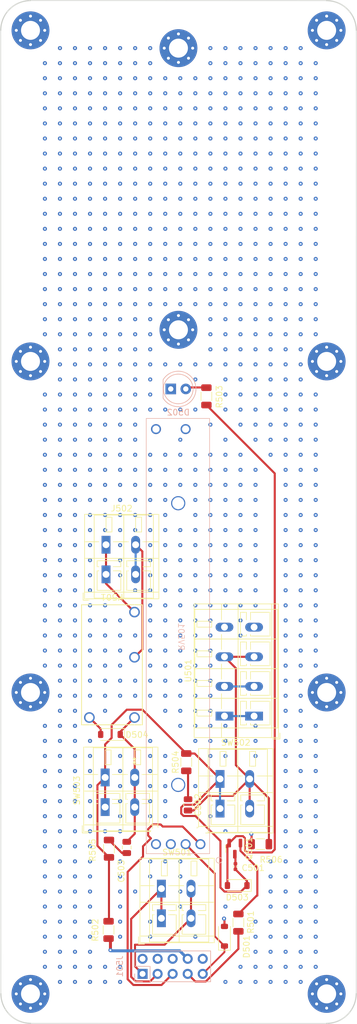
<source format=kicad_pcb>
(kicad_pcb (version 20221018) (generator pcbnew)
  (layers (0 "F.Cu" signal) (1 "In1.Cu" power) (2 "In2.Cu" power) (31 "B.Cu" signal) (34 "B.Paste" user) (35 "F.Paste" user) (36 "B.SilkS" user "B.Silkscreen") (37 "F.SilkS" user "F.Silkscreen") (38 "B.Mask" user) (39 "F.Mask" user) (44 "Edge.Cuts" user))
  (property "num" "hola")
  (net 0 "")
  (net 1 "/module-master/R_to_C_0")
  (net 2 "/module-master/SHUNT_1_0")
  (net 3 "/module-master/SW_to_AQ-A_IN_0")
  (net 4 "/module-master/SHUNT_2_0")
  (net 5 "/module-master/A_to_ALQ305_0")
  (net 6 "_CV_0")
  (net 7 "_GND_0")
  (net 8 "/module-master/R_to_KLED_0")
  (net 9 "/module-master/E_to_R_0")
  (net 10 "_CV_OUTPUT_0")
  (net 11 "_GATE_OUTPUT_0")
  (net 12 "_GATE_0")
  (net 13 "_RELAYS_0")
  (net 14 "_5VA_0")
  (net 15 "/module-master/R_to_B_0")
  (net 16 "Net-(J502-Pin_2)")
  (net 17 "Net-(J502-Pin_1)")
  (net 18 "unconnected-(U501-LOAD-2-Pad2)")
  (net 19 "unconnected-(U501-LOAD-1-Pad1)")
  (footprint "TerminalBlock_WAGO:TerminalBlock_WAGO_236-402_1x02_P5.00mm_45Degree" (layer "F.Cu") (at 103.470682 539.623023)
    (fp_text reference "J502")
    (fp_text value "Screw_Terminal_01x02")
  )
  (footprint "MountingHole:MountingHole_3.2mm_M3_Pad_Via" (layer "F.Cu") (at 90.720682 452.873023)
    (fp_text reference "H108" hide)
    (fp_text value "MountingHole")
  )
  (footprint "MountingHole:MountingHole_3.2mm_M3_Pad_Via" (layer "F.Cu") (at 140.720682 452.873023)
    (fp_text reference "H108" hide)
    (fp_text value "MountingHole")
  )
  (footprint "Resistor_SMD:R_1206_3216Metric" (layer "F.Cu") (at 125.820682 603.360523 90)
    (fp_text reference "R501")
    (fp_text value "R_US")
  )
  (footprint "TerminalBlock_WAGO:TerminalBlock_WAGO_236-404_1x04_P5.00mm_45Degree" (layer "F.Cu") (at 123.470682 568.523023 90)
    (fp_text reference "U501")
    (fp_text value "AQ-A_Solid_State_Relay")
  )
  (footprint "Resistor_SMD:R_1206_3216Metric" (layer "F.Cu") (at 117.020682 576.298023 90)
    (fp_text reference "R504")
    (fp_text value "R_US")
  )
  (footprint "TerminalBlock_WAGO:TerminalBlock_WAGO_236-402_1x02_P5.00mm_45Degree" (layer "F.Cu") (at 122.720682 579.123023)
    (fp_text reference "SW502")
    (fp_text value "SW_SPST")
  )
  (footprint "MountingHole:MountingHole_3.2mm_M3_Pad_Via" (layer "F.Cu") (at 90.720682 564.539689)
    (fp_text reference "H108" hide)
    (fp_text value "MountingHole")
  )
  (footprint "Resistor_SMD:R_1206_3216Metric" (layer "F.Cu") (at 129.508182 590.123023)
    (fp_text reference "R506")
    (fp_text value "R_US")
  )
  (footprint "MountingHole:MountingHole_3.2mm_M3_Pad_Via" (layer "F.Cu") (at 140.720682 615.373023)
    (fp_text reference "H108" hide)
    (fp_text value "MountingHole")
  )
  (footprint "MountingHole:MountingHole_3.2mm_M3_Pad_Via" (layer "F.Cu") (at 115.700682 503.374689)
    (fp_text reference "H108" hide)
    (fp_text value "MountingHole")
  )
  (footprint "MountingHole:MountingHole_3.2mm_M3_Pad_Via" (layer "F.Cu") (at 90.720682 508.706356)
    (fp_text reference "H108" hide)
    (fp_text value "MountingHole")
  )
  (footprint "TerminalBlock_WAGO:TerminalBlock_WAGO_236-402_1x02_P5.00mm_45Degree" (layer "F.Cu") (at 103.320682 578.873023)
    (fp_text reference "SW503")
    (fp_text value "SW_SPST")
  )
  (footprint "Resistor_SMD:R_1206_3216Metric" (layer "F.Cu") (at 103.900682 604.585523 90)
    (fp_text reference "R502")
    (fp_text value "R_US")
  )
  (footprint "Capacitor_SMD:C_0805_2012Metric" (layer "F.Cu") (at 106.970682 590.673023 90)
    (fp_text reference "C503")
    (fp_text value "C")
  )
  (footprint "MountingHole:MountingHole_3.2mm_M3_Pad_Via" (layer "F.Cu") (at 115.700682 455.874689)
    (fp_text reference "H108" hide)
    (fp_text value "MountingHole")
  )
  (footprint "Diode_SMD:D_SOD-123" (layer "F.Cu") (at 104.220682 571.623023 180)
    (fp_text reference "D504")
    (fp_text value "D")
  )
  (footprint "Capacitor_SMD:C_0402_1005Metric" (layer "F.Cu") (at 125.320682 593.898023 90)
    (fp_text reference "C501")
    (fp_text value "C")
  )
  (footprint "Resistor_SMD:R_1206_3216Metric" (layer "F.Cu") (at 120.420682 514.598023 -90)
    (fp_text reference "R503")
    (fp_text value "R_US")
  )
  (footprint "Package_TO_SOT_SMD:SOT-23" (layer "F.Cu") (at 125.220682 590.873023 -90)
    (fp_text reference "Q501")
    (fp_text value "BC817")
  )
  (footprint "Diode_SMD:D_SOD-123" (layer "F.Cu") (at 123.470682 605.648023 90)
    (fp_text reference "D501")
    (fp_text value "D")
  )
  (footprint "privateParts:RELAY_ALQ3_PAN" (layer "F.Cu") (at 103.200682 561.143023 180)
    (fp_text reference "K501")
    (fp_text value "ALQ305")
  )
  (footprint "MountingHole:MountingHole_3.2mm_M3_Pad_Via" (layer "F.Cu") (at 90.720682 615.373023)
    (fp_text reference "H108" hide)
    (fp_text value "MountingHole")
  )
  (footprint "Resistor_SMD:R_1206_3216Metric" (layer "F.Cu") (at 103.970682 590.885523 90)
    (fp_text reference "R505")
    (fp_text value "R_US")
  )
  (footprint "MountingHole:MountingHole_3.2mm_M3_Pad_Via" (layer "F.Cu") (at 140.720682 564.539689)
    (fp_text reference "H108" hide)
    (fp_text value "MountingHole")
  )
  (footprint "Diode_SMD:D_SOD-123" (layer "F.Cu") (at 125.620682 597.098023 180)
    (fp_text reference "D503")
    (fp_text value "D")
  )
  (footprint "Capacitor_SMD:C_0805_2012Metric" (layer "F.Cu") (at 117.320682 583.498023 -90)
    (fp_text reference "C502")
    (fp_text value "C")
  )
  (footprint "TerminalBlock_WAGO:TerminalBlock_WAGO_236-402_1x02_P5.00mm_45Degree" (layer "F.Cu") (at 112.820682 597.623023)
    (fp_text reference "SW501")
    (fp_text value "SW_Push")
  )
  (footprint "MountingHole:MountingHole_3.2mm_M3_Pad_Via" (layer "F.Cu") (at 140.720682 508.706356)
    (fp_text reference "H108" hide)
    (fp_text value "MountingHole")
  )
  (footprint "privateParts:POT_SEGOR_10K" (layer "B.Cu") (at 115.660682 555.123023 90)
    (fp_text reference "RV501")
    (fp_text value "R_Potentiometer_US")
  )
  (footprint "LED_THT:LED_D5.0mm" (layer "B.Cu") (at 114.400682 513.348023)
    (fp_text reference "D502")
    (fp_text value "LED")
  )
  (footprint "Connector_PinSocket_2.54mm:PinSocket_2x05_P2.54mm_Vertical" (layer "B.Cu") (at 109.640682 611.998023 -90)
    (fp_text reference "J501")
    (fp_text value "Conn_01x10")
  )
  (gr_line (start 145.713462 615.330907) (end 145.728526 452.862216) (stroke (width 0.1)) (layer "Edge.Cuts"))
  (gr_line (start 85.700682 452.874689) (end 85.722837 615.337162) (stroke (width 0.1)) (layer "Edge.Cuts"))
  (gr_line (start 90.744464 620.337469) (end 140.713155 620.352534) (stroke (width 0.1)) (layer "Edge.Cuts"))
  (gr_arc (start 145.713462 615.330907) (mid 144.250686 618.874693) (end 140.713155 620.352534) (stroke (width 0.2)) (layer "Edge.Cuts"))
  (gr_arc (start 140.706899 447.861909) (mid 144.250686 449.324684) (end 145.728526 452.862216) (stroke (width 0.2)) (layer "Edge.Cuts"))
  (gr_arc (start 90.744464 620.337469) (mid 87.200678 618.874693) (end 85.722837 615.337162) (stroke (width 0.2)) (layer "Edge.Cuts"))
  (gr_line (start 140.706899 447.861909) (end 90.700989 447.853062) (stroke (width 0.1)) (layer "Edge.Cuts"))
  (gr_arc (start 85.700682 452.874689) (mid 87.163461 449.330904) (end 90.700989 447.853062) (stroke (width 0.2)) (layer "Edge.Cuts"))
  (segment (start 103.970682 603.053023) (end 103.900682 603.123023) (width 0.349) (layer "F.Cu") (net 1))
  (segment (start 116.568364 585.367523) (end 118.567523 585.367523) (width 0.349) (layer "F.Cu") (net 1))
  (segment (start 117.020682 574.835523) (end 118.433182 574.835523) (width 0.349) (layer "F.Cu") (net 1))
  (segment (start 127.270682 596.328023) (end 125.320682 594.378023) (width 0.349) (layer "F.Cu") (net 1))
  (segment (start 103.320682 578.873023) (end 103.320682 573.298023) (width 0.349) (layer "F.Cu") (net 1))
  (segment (start 125.320682 591.910523) (end 125.220682 591.810523) (width 0.349) (layer "F.Cu") (net 1))
  (segment (start 109.626922 567.441763) (end 117.020682 574.835523) (width 0.349) (layer "F.Cu") (net 1))
  (segment (start 102.020682 580.173023) (end 102.020682 590.398023) (width 0.349) (layer "F.Cu") (net 1))
  (segment (start 116.617294 583.472523) (end 116.171182 583.918635) (width 0.349) (layer "F.Cu") (net 1))
  (segment (start 118.567523 585.367523) (end 122.791794 589.591794) (width 0.349) (layer "F.Cu") (net 1))
  (segment (start 104.420682 572.198023) (end 104.420682 570.003491) (width 0.349) (layer "F.Cu") (net 1))
  (segment (start 125.320682 593.418023) (end 125.320682 591.910523) (width 0.349) (layer "F.Cu") (net 1))
  (segment (start 103.320682 583.873023) (end 103.320682 578.873023) (width 0.349) (layer "F.Cu") (net 1))
  (segment (start 122.791794 597.437667) (end 123.47665 598.122523) (width 0.349) (layer "F.Cu") (net 1))
  (segment (start 102.020682 590.398023) (end 103.970682 592.348023) (width 0.349) (layer "F.Cu") (net 1))
  (segment (start 123.47665 598.122523) (end 126.246182 598.122523) (width 0.349) (layer "F.Cu") (net 1))
  (segment (start 116.171182 584.970341) (end 116.568364 585.367523) (width 0.349) (layer "F.Cu") (net 1))
  (segment (start 118.371182 583.472523) (end 116.617294 583.472523) (width 0.349) (layer "F.Cu") (net 1))
  (segment (start 118.433182 574.835523) (end 122.720682 579.123023) (width 0.349) (layer "F.Cu") (net 1))
  (segment (start 125.320682 594.378023) (end 125.320682 593.418023) (width 0.349) (layer "F.Cu") (net 1))
  (segment (start 126.246182 598.122523) (end 127.270682 597.098023) (width 0.349) (layer "F.Cu") (net 1))
  (segment (start 104.420682 570.003491) (end 106.98241 567.441763) (width 0.349) (layer "F.Cu") (net 1))
  (segment (start 127.270682 597.098023) (end 127.270682 596.328023) (width 0.349) (layer "F.Cu") (net 1))
  (segment (start 103.320682 578.873023) (end 102.020682 580.173023) (width 0.349) (layer "F.Cu") (net 1))
  (segment (start 122.791794 589.591794) (end 122.791794 597.437667) (width 0.349) (layer "F.Cu") (net 1))
  (segment (start 122.720682 579.123023) (end 118.371182 583.472523) (width 0.349) (layer "F.Cu") (net 1))
  (segment (start 116.171182 583.918635) (end 116.171182 584.970341) (width 0.349) (layer "F.Cu") (net 1))
  (segment (start 103.320682 573.298023) (end 104.420682 572.198023) (width 0.349) (layer "F.Cu") (net 1))
  (segment (start 103.970682 592.348023) (end 103.970682 603.053023) (width 0.349) (layer "F.Cu") (net 1))
  (segment (start 106.98241 567.441763) (end 109.626922 567.441763) (width 0.349) (layer "F.Cu") (net 1))
  (segment (start 122.720682 584.123023) (end 122.720682 579.123023) (width 0.349) (layer "B.Cu") (net 1))
  (segment (start 117.320682 578.060523) (end 117.020682 577.760523) (width 0.349) (layer "F.Cu") (net 2))
  (segment (start 117.320682 582.548023) (end 117.320682 578.060523) (width 0.349) (layer "F.Cu") (net 2))
  (segment (start 118.242796 584.448023) (end 117.320682 584.448023) (width 0.349) (layer "F.Cu") (net 3))
  (segment (start 125.395182 560.447523) (end 125.395182 576.797523) (width 0.349) (layer "F.Cu") (net 3))
  (segment (start 123.470682 558.523023) (end 125.395182 560.447523) (width 0.349) (layer "F.Cu") (net 3))
  (segment (start 124.870348 581.973357) (end 120.717462 581.973357) (width 0.349) (layer "F.Cu") (net 3))
  (segment (start 127.720682 579.123023) (end 124.870348 581.973357) (width 0.349) (layer "F.Cu") (net 3))
  (segment (start 125.395182 576.797523) (end 127.720682 579.123023) (width 0.349) (layer "F.Cu") (net 3))
  (segment (start 130.970682 582.373023) (end 127.720682 579.123023) (width 0.349) (layer "F.Cu") (net 3))
  (segment (start 120.717462 581.973357) (end 118.242796 584.448023) (width 0.349) (layer "F.Cu") (net 3))
  (segment (start 123.470682 558.523023) (end 128.470682 558.523023) (width 0.349) (layer "F.Cu") (net 3))
  (segment (start 127.720682 579.123023) (end 127.720682 584.123023) (width 0.349) (layer "F.Cu") (net 3))
  (segment (start 130.970682 590.123023) (end 130.970682 582.373023) (width 0.349) (layer "F.Cu") (net 3))
  (segment (start 106.170682 591.623023) (end 106.970682 591.623023) (width 0.349) (layer "F.Cu") (net 4))
  (segment (start 103.970682 589.423023) (end 106.170682 591.623023) (width 0.349) (layer "F.Cu") (net 4))
  (segment (start 108.320682 588.373023) (end 108.320682 578.873023) (width 0.349) (layer "F.Cu") (net 5))
  (segment (start 108.320682 574.073023) (end 105.870682 571.623023) (width 0.349) (layer "F.Cu") (net 5))
  (segment (start 106.970682 589.723023) (end 108.320682 588.373023) (width 0.349) (layer "F.Cu") (net 5))
  (segment (start 105.870682 571.623023) (end 105.870682 571.173023) (width 0.349) (layer "F.Cu") (net 5))
  (segment (start 105.870682 571.173023) (end 108.280682 568.763023) (width 0.349) (layer "F.Cu") (net 5))
  (segment (start 108.320682 578.873023) (end 108.320682 574.073023) (width 0.349) (layer "F.Cu") (net 5))
  (segment (start 121.820682 595.073023) (end 116.870682 590.123023) (width 0.349) (layer "F.Cu") (net 6))
  (segment (start 121.820682 605.648023) (end 121.820682 595.073023) (width 0.3) (layer "F.Cu") (net 6))
  (segment (start 123.470682 607.298023) (end 121.820682 605.648023) (width 0.3) (layer "F.Cu") (net 6))
  (segment (start 119.800682 611.998023) (end 123.470682 608.328023) (width 0.3) (layer "F.Cu") (net 6))
  (segment (start 123.470682 608.328023) (end 123.470682 607.298023) (width 0.3) (layer "F.Cu") (net 6))
  (segment (start 102.570682 570.673023) (end 100.660682 568.763023) (width 0.349) (layer "F.Cu") (net 7))
  (segment (start 102.570682 571.623023) (end 102.570682 570.673023) (width 0.349) (layer "F.Cu") (net 7))
  (segment (start 123.470682 602.744689) (end 123.400682 602.674689) (width 0.349) (layer "F.Cu") (net 7))
  (segment (start 123.470682 603.998023) (end 123.470682 602.744689) (width 0.349) (layer "F.Cu") (net 7))
  (segment (start 128.045682 588.419689) (end 128.000682 588.374689) (width 0.349) (layer "F.Cu") (net 7))
  (segment (start 128.045682 590.123023) (end 128.045682 588.419689) (width 0.349) (layer "F.Cu") (net 7))
  (via (at 138.873062 544.769689) (size 0.7) (drill 0.25) (layers "F.Cu" "B.Cu") (net 7))
  (via (at 133.793062 590.489689) (size 0.7) (drill 0.25) (layers "F.Cu" "B.Cu") (net 7))
  (via (at 98.233062 560.009689) (size 0.7) (drill 0.25) (layers "F.Cu" "B.Cu") (net 7))
  (via (at 113.473062 593.029689) (size 0.7) (drill 0.25) (layers "F.Cu" "B.Cu") (net 7))
  (via (at 133.793062 509.209689) (size 0.7) (drill 0.25) (layers "F.Cu" "B.Cu") (net 7))
  (via (at 121.093062 519.369689) (size 0.7) (drill 0.25) (layers "F.Cu" "B.Cu") (net 7))
  (via (at 131.253062 471.109689) (size 0.7) (drill 0.25) (layers "F.Cu" "B.Cu") (net 7))
  (via (at 108.393062 471.109689) (size 0.7) (drill 0.25) (layers "F.Cu" "B.Cu") (net 7))
  (via (at 98.233062 514.289689) (size 0.7) (drill 0.25) (layers "F.Cu" "B.Cu") (net 7))
  (via (at 123.400682 602.674689) (size 0.7) (drill 0.3) (layers "F.Cu" "B.Cu") (net 7))
  (via (at 128.713062 506.669689) (size 0.7) (drill 0.25) (layers "F.Cu" "B.Cu") (net 7))
  (via (at 110.933062 575.249689) (size 0.7) (drill 0.25) (layers "F.Cu" "B.Cu") (net 7))
  (via (at 105.853062 580.329689) (size 0.7) (drill 0.25) (layers "F.Cu" "B.Cu") (net 7))
  (via (at 138.873062 476.189689) (size 0.7) (drill 0.25) (layers "F.Cu" "B.Cu") (net 7))
  (via (at 138.873062 593.029689) (size 0.7) (drill 0.25) (layers "F.Cu" "B.Cu") (net 7))
  (via (at 123.633062 460.949689) (size 0.7) (drill 0.25) (layers "F.Cu" "B.Cu") (net 7))
  (via (at 108.393062 547.309689) (size 0.7) (drill 0.25) (layers "F.Cu" "B.Cu") (net 7))
  (via (at 133.793062 468.569689) (size 0.7) (drill 0.25) (layers "F.Cu" "B.Cu") (net 7))
  (via (at 100.773062 539.689689) (size 0.7) (drill 0.25) (layers "F.Cu" "B.Cu") (net 7))
  (via (at 105.853062 577.789689) (size 0.7) (drill 0.25) (layers "F.Cu" "B.Cu") (net 7))
  (via (at 136.333062 567.629689) (size 0.7) (drill 0.25) (layers "F.Cu" "B.Cu") (net 7))
  (via (at 100.773062 608.269689) (size 0.7) (drill 0.25) (layers "F.Cu" "B.Cu") (net 7))
  (via (at 108.393062 537.149689) (size 0.7) (drill 0.25) (layers "F.Cu" "B.Cu") (net 7))
  (via (at 98.233062 567.629689) (size 0.7) (drill 0.25) (layers "F.Cu" "B.Cu") (net 7))
  (via (at 123.633062 509.209689) (size 0.7) (drill 0.25) (layers "F.Cu" "B.Cu") (net 7))
  (via (at 126.173062 460.949689) (size 0.7) (drill 0.25) (layers "F.Cu" "B.Cu") (net 7))
  (via (at 95.693062 521.909689) (size 0.7) (drill 0.25) (layers "F.Cu" "B.Cu") (net 7))
  (via (at 126.173062 610.809689) (size 0.7) (drill 0.25) (layers "F.Cu" "B.Cu") (net 7))
  (via (at 133.793062 593.029689) (size 0.7) (drill 0.25) (layers "F.Cu" "B.Cu") (net 7))
  (via (at 105.853062 524.449689) (size 0.7) (drill 0.25) (layers "F.Cu" "B.Cu") (net 7))
  (via (at 123.633062 504.129689) (size 0.7) (drill 0.25) (layers "F.Cu" "B.Cu") (net 7))
  (via (at 128.713062 613.349689) (size 0.7) (drill 0.25) (layers "F.Cu" "B.Cu") (net 7))
  (via (at 103.313062 463.489689) (size 0.7) (drill 0.25) (layers "F.Cu" "B.Cu") (net 7))
  (via (at 108.393062 463.489689) (size 0.7) (drill 0.25) (layers "F.Cu" "B.Cu") (net 7))
  (via (at 98.233062 554.929689) (size 0.7) (drill 0.25) (layers "F.Cu" "B.Cu") (net 7))
  (via (at 93.153062 570.169689) (size 0.7) (drill 0.25) (layers "F.Cu" "B.Cu") (net 7))
  (via (at 95.693062 499.049689) (size 0.7) (drill 0.25) (layers "F.Cu" "B.Cu") (net 7))
  (via (at 123.633062 511.749689) (size 0.7) (drill 0.25) (layers "F.Cu" "B.Cu") (net 7))
  (via (at 118.553062 488.889689) (size 0.7) (drill 0.25) (layers "F.Cu" "B.Cu") (net 7))
  (via (at 133.793062 570.169689) (size 0.7) (drill 0.25) (layers "F.Cu" "B.Cu") (net 7))
  (via (at 98.233062 562.549689) (size 0.7) (drill 0.25) (layers "F.Cu" "B.Cu") (net 7))
  (via (at 116.013062 565.089689) (size 0.7) (drill 0.25) (layers "F.Cu" "B.Cu") (net 7))
  (via (at 103.313062 473.649689) (size 0.7) (drill 0.25) (layers "F.Cu" "B.Cu") (net 7))
  (via (at 113.473062 582.869689) (size 0.7) (drill 0.25) (layers "F.Cu" "B.Cu") (net 7))
  (via (at 100.773062 547.309689) (size 0.7) (drill 0.25) (layers "F.Cu" "B.Cu") (net 7))
  (via (at 105.853062 595.569689) (size 0.7) (drill 0.25) (layers "F.Cu" "B.Cu") (net 7))
  (via (at 131.253062 468.569689) (size 0.7) (drill 0.25) (layers "F.Cu" "B.Cu") (net 7))
  (via (at 123.633062 570.169689) (size 0.7) (drill 0.25) (layers "F.Cu" "B.Cu") (net 7))
  (via (at 133.793062 466.029689) (size 0.7) (drill 0.25) (layers "F.Cu" "B.Cu") (net 7))
  (via (at 100.773062 493.969689) (size 0.7) (drill 0.25) (layers "F.Cu" "B.Cu") (net 7))
  (via (at 105.853062 514.289689) (size 0.7) (drill 0.25) (layers "F.Cu" "B.Cu") (net 7))
  (via (at 128.713062 499.049689) (size 0.7) (drill 0.25) (layers "F.Cu" "B.Cu") (net 7))
  (via (at 128.713062 455.869689) (size 0.7) (drill 0.25) (layers "F.Cu" "B.Cu") (net 7))
  (via (at 133.793062 504.129689) (size 0.7) (drill 0.25) (layers "F.Cu" "B.Cu") (net 7))
  (via (at 126.173062 458.409689) (size 0.7) (drill 0.25) (layers "F.Cu" "B.Cu") (net 7))
  (via (at 136.333062 491.429689) (size 0.7) (drill 0.25) (layers "F.Cu" "B.Cu") (net 7))
  (via (at 121.093062 496.509689) (size 0.7) (drill 0.25) (layers "F.Cu" "B.Cu") (net 7))
  (via (at 126.173062 514.289689) (size 0.7) (drill 0.25) (layers "F.Cu" "B.Cu") (net 7))
  (via (at 100.773062 486.349689) (size 0.7) (drill 0.25) (layers "F.Cu" "B.Cu") (net 7))
  (via (at 95.693062 590.489689) (size 0.7) (drill 0.25) (layers "F.Cu" "B.Cu") (net 7))
  (via (at 123.633062 544.769689) (size 0.7) (drill 0.25) (layers "F.Cu" "B.Cu") (net 7))
  (via (at 95.693062 595.569689) (size 0.7) (drill 0.25) (layers "F.Cu" "B.Cu") (net 7))
  (via (at 121.093062 455.869689) (size 0.7) (drill 0.25) (layers "F.Cu" "B.Cu") (net 7))
  (via (at 126.173062 542.229689) (size 0.7) (drill 0.25) (layers "F.Cu" "B.Cu") (net 7))
  (via (at 108.393062 529.529689) (size 0.7) (drill 0.25) (layers "F.Cu" "B.Cu") (net 7))
  (via (at 98.233062 608.269689) (size 0.7) (drill 0.25) (layers "F.Cu" "B.Cu") (net 7))
  (via (at 95.693062 529.529689) (size 0.7) (drill 0.25) (layers "F.Cu" "B.Cu") (net 7))
  (via (at 105.853062 481.269689) (size 0.7) (drill 0.25) (layers "F.Cu" "B.Cu") (net 7))
  (via (at 110.933062 565.089689) (size 0.7) (drill 0.25) (layers "F.Cu" "B.Cu") (net 7))
  (via (at 93.153062 552.389689) (size 0.7) (drill 0.25) (layers "F.Cu" "B.Cu") (net 7))
  (via (at 123.633062 539.689689) (size 0.7) (drill 0.25) (layers "F.Cu" "B.Cu") (net 7))
  (via (at 95.693062 570.169689) (size 0.7) (drill 0.25) (layers "F.Cu" "B.Cu") (net 7))
  (via (at 110.933062 501.589689) (size 0.7) (drill 0.25) (layers "F.Cu" "B.Cu") (net 7))
  (via (at 116.013062 516.829689) (size 0.7) (drill 0.25) (layers "F.Cu" "B.Cu") (net 7))
  (via (at 116.013062 471.109689) (size 0.7) (drill 0.25) (layers "F.Cu" "B.Cu") (net 7))
  (via (at 136.333062 463.489689) (size 0.7) (drill 0.25) (layers "F.Cu" "B.Cu") (net 7))
  (via (at 93.153062 554.929689) (size 0.7) (drill 0.25) (layers "F.Cu" "B.Cu") (net 7))
  (via (at 103.313062 496.509689) (size 0.7) (drill 0.25) (layers "F.Cu" "B.Cu") (net 7))
  (via (at 126.173062 526.989689) (size 0.7) (drill 0.25) (layers "F.Cu" "B.Cu") (net 7))
  (via (at 118.553062 486.349689) (size 0.7) (drill 0.25) (layers "F.Cu" "B.Cu") (net 7))
  (via (at 133.793062 608.269689) (size 0.7) (drill 0.25) (layers "F.Cu" "B.Cu") (net 7))
  (via (at 121.093062 565.089689) (size 0.7) (drill 0.25) (layers "F.Cu" "B.Cu") (net 7))
  (via (at 118.553062 532.069689) (size 0.7) (drill 0.25) (layers "F.Cu" "B.Cu") (net 7))
  (via (at 103.313062 511.749689) (size 0.7) (drill 0.25) (layers "F.Cu" "B.Cu") (net 7))
  (via (at 110.933062 476.189689) (size 0.7) (drill 0.25) (layers "F.Cu" "B.Cu") (net 7))
  (via (at 95.693062 524.449689) (size 0.7) (drill 0.25) (layers "F.Cu" "B.Cu") (net 7))
  (via (at 93.153062 534.609689) (size 0.7) (drill 0.25) (layers "F.Cu" "B.Cu") (net 7))
  (via (at 93.153062 590.489689) (size 0.7) (drill 0.25) (layers "F.Cu" "B.Cu") (net 7))
  (via (at 93.153062 532.069689) (size 0.7) (drill 0.25) (layers "F.Cu" "B.Cu") (net 7))
  (via (at 95.693062 534.609689) (size 0.7) (drill 0.25) (layers "F.Cu" "B.Cu") (net 7))
  (via (at 138.873062 499.049689) (size 0.7) (drill 0.25) (layers "F.Cu" "B.Cu") (net 7))
  (via (at 136.333062 483.809689) (size 0.7) (drill 0.25) (layers "F.Cu" "B.Cu") (net 7))
  (via (at 108.393062 473.649689) (size 0.7) (drill 0.25) (layers "F.Cu" "B.Cu") (net 7))
  (via (at 121.093062 506.669689) (size 0.7) (drill 0.25) (layers "F.Cu" "B.Cu") (net 7))
  (via (at 103.313062 488.889689) (size 0.7) (drill 0.25) (layers "F.Cu" "B.Cu") (net 7))
  (via (at 105.853062 509.209689) (size 0.7) (drill 0.25) (layers "F.Cu" "B.Cu") (net 7))
  (via (at 133.793062 554.929689) (size 0.7) (drill 0.25) (layers "F.Cu" "B.Cu") (net 7))
  (via (at 131.253062 460.949689) (size 0.7) (drill 0.25) (layers "F.Cu" "B.Cu") (net 7))
  (via (at 118.553062 605.729689) (size 0.7) (drill 0.25) (layers "F.Cu" "B.Cu") (net 7))
  (via (at 98.233062 580.329689) (size 0.7) (drill 0.25) (layers "F.Cu" "B.Cu") (net 7))
  (via (at 98.233062 542.229689) (size 0.7) (drill 0.25) (layers "F.Cu" "B.Cu") (net 7))
  (via (at 128.713062 537.149689) (size 0.7) (drill 0.25) (layers "F.Cu" "B.Cu") (net 7))
  (via (at 103.313062 534.609689) (size 0.7) (drill 0.25) (layers "F.Cu" "B.Cu") (net 7))
  (via (at 93.153062 514.289689) (size 0.7) (drill 0.25) (layers "F.Cu" "B.Cu") (net 7))
  (via (at 110.933062 509.209689) (size 0.7) (drill 0.25) (layers "F.Cu" "B.Cu") (net 7))
  (via (at 108.393062 466.029689) (size 0.7) (drill 0.25) (layers "F.Cu" "B.Cu") (net 7))
  (via (at 93.153062 466.029689) (size 0.7) (drill 0.25) (layers "F.Cu" "B.Cu") (net 7))
  (via (at 93.153062 549.849689) (size 0.7) (drill 0.25) (layers "F.Cu" "B.Cu") (net 7))
  (via (at 103.313062 458.409689) (size 0.7) (drill 0.25) (layers "F.Cu" "B.Cu") (net 7))
  (via (at 138.873062 595.569689) (size 0.7) (drill 0.25) (layers "F.Cu" "B.Cu") (net 7))
  (via (at 133.793062 544.769689) (size 0.7) (drill 0.25) (layers "F.Cu" "B.Cu") (net 7))
  (via (at 103.313062 532.069689) (size 0.7) (drill 0.25) (layers "F.Cu" "B.Cu") (net 7))
  (via (at 95.693062 466.029689) (size 0.7) (drill 0.25) (layers "F.Cu" "B.Cu") (net 7))
  (via (at 131.253062 598.109689) (size 0.7) (drill 0.25) (layers "F.Cu" "B.Cu") (net 7))
  (via (at 110.933062 471.109689) (size 0.7) (drill 0.25) (layers "F.Cu" "B.Cu") (net 7))
  (via (at 103.313062 514.289689) (size 0.7) (drill 0.25) (layers "F.Cu" "B.Cu") (net 7))
  (via (at 93.153062 496.509689) (size 0.7) (drill 0.25) (layers "F.Cu" "B.Cu") (net 7))
  (via (at 121.093062 499.049689) (size 0.7) (drill 0.25) (layers "F.Cu" "B.Cu") (net 7))
  (via (at 93.153062 605.729689) (size 0.7) (drill 0.25) (layers "F.Cu" "B.Cu") (net 7))
  (via (at 131.253062 514.289689) (size 0.7) (drill 0.25) (layers "F.Cu" "B.Cu") (net 7))
  (via (at 93.153062 460.949689) (size 0.7) (drill 0.25) (layers "F.Cu" "B.Cu") (net 7))
  (via (at 136.333062 511.749689) (size 0.7) (drill 0.25) (layers "F.Cu" "B.Cu") (net 7))
  (via (at 105.853062 598.109689) (size 0.7) (drill 0.25) (layers "F.Cu" "B.Cu") (net 7))
  (via (at 98.233062 460.949689) (size 0.7) (drill 0.25) (layers "F.Cu" "B.Cu") (net 7))
  (via (at 110.933062 486.349689) (size 0.7) (drill 0.25) (layers "F.Cu" "B.Cu") (net 7))
  (via (at 98.233062 455.869689) (size 0.7) (drill 0.25) (layers "F.Cu" "B.Cu") (net 7))
  (via (at 98.233062 524.449689) (size 0.7) (drill 0.25) (layers "F.Cu" "B.Cu") (net 7))
  (via (at 103.313062 466.029689) (size 0.7) (drill 0.25) (layers "F.Cu" "B.Cu") (net 7))
  (via (at 113.473062 567.629689) (size 0.7) (drill 0.25) (layers "F.Cu" "B.Cu") (net 7))
  (via (at 133.793062 496.509689) (size 0.7) (drill 0.25) (layers "F.Cu" "B.Cu") (net 7))
  (via (at 95.693062 547.309689) (size 0.7) (drill 0.25) (layers "F.Cu" "B.Cu") (net 7))
  (via (at 103.313062 537.149689) (size 0.7) (drill 0.25) (layers "F.Cu" "B.Cu") (net 7))
  (via (at 136.333062 516.829689) (size 0.7) (drill 0.25) (layers "F.Cu" "B.Cu") (net 7))
  (via (at 123.633062 516.829689) (size 0.7) (drill 0.25) (layers "F.Cu" "B.Cu") (net 7))
  (via (at 138.873062 516.829689) (size 0.7) (drill 0.25) (layers "F.Cu" "B.Cu") (net 7))
  (via (at 108.393062 534.609689) (size 0.7) (drill 0.25) (layers "F.Cu" "B.Cu") (net 7))
  (via (at 138.873062 519.369689) (size 0.7) (drill 0.25) (layers "F.Cu" "B.Cu") (net 7))
  (via (at 113.473062 524.449689) (size 0.7) (drill 0.25) (layers "F.Cu" "B.Cu") (net 7))
  (via (at 131.253062 521.909689) (size 0.7) (drill 0.25) (layers "F.Cu" "B.Cu") (net 7))
  (via (at 108.393062 509.209689) (size 0.7) (drill 0.25) (layers "F.Cu" "B.Cu") (net 7))
  (via (at 100.773062 468.569689) (size 0.7) (drill 0.25) (layers "F.Cu" "B.Cu") (net 7))
  (via (at 105.853062 463.489689) (size 0.7) (drill 0.25) (layers "F.Cu" "B.Cu") (net 7))
  (via (at 113.473062 557.469689) (size 0.7) (drill 0.25) (layers "F.Cu" "B.Cu") (net 7))
  (via (at 121.093062 526.989689) (size 0.7) (drill 0.25) (layers "F.Cu" "B.Cu") (net 7))
  (via (at 138.873062 481.269689) (size 0.7) (drill 0.25) (layers "F.Cu" "B.Cu") (net 7))
  (via (at 103.313062 529.529689) (size 0.7) (drill 0.25) (layers "F.Cu" "B.Cu") (net 7))
  (via (at 95.693062 526.989689) (size 0.7) (drill 0.25) (layers "F.Cu" "B.Cu") (net 7))
  (via (at 93.153062 524.449689) (size 0.7) (drill 0.25) (layers "F.Cu" "B.Cu") (net 7))
  (via (at 138.873062 534.609689) (size 0.7) (drill 0.25) (layers "F.Cu" "B.Cu") (net 7))
  (via (at 121.093062 532.069689) (size 0.7) (drill 0.25) (layers "F.Cu" "B.Cu") (net 7))
  (via (at 116.013062 557.469689) (size 0.7) (drill 0.25) (layers "F.Cu" "B.Cu") (net 7))
  (via (at 121.093062 542.229689) (size 0.7) (drill 0.25) (layers "F.Cu" "B.Cu") (net 7))
  (via (at 116.013062 542.229689) (size 0.7) (drill 0.25) (layers "F.Cu" "B.Cu") (net 7))
  (via (at 103.313062 610.809689) (size 0.7) (drill 0.25) (layers "F.Cu" "B.Cu") (net 7))
  (via (at 105.853062 605.729689) (size 0.7) (drill 0.25) (layers "F.Cu" "B.Cu") (net 7))
  (via (at 93.153062 587.949689) (size 0.7) (drill 0.25) (layers "F.Cu" "B.Cu") (net 7))
  (via (at 138.873062 524.449689) (size 0.7) (drill 0.25) (layers "F.Cu" "B.Cu") (net 7))
  (via (at 108.393062 481.269689) (size 0.7) (drill 0.25) (layers "F.Cu" "B.Cu") (net 7))
  (via (at 108.393062 554.929689) (size 0.7) (drill 0.25) (layers "F.Cu" "B.Cu") (net 7))
  (via (at 116.013062 529.529689) (size 0.7) (drill 0.25) (layers "F.Cu" "B.Cu") (net 7))
  (via (at 133.793062 519.369689) (size 0.7) (drill 0.25) (layers "F.Cu" "B.Cu") (net 7))
  (via (at 113.473062 542.229689) (size 0.7) (drill 0.25) (layers "F.Cu" "B.Cu") (net 7))
  (via (at 113.473062 493.969689) (size 0.7) (drill 0.25) (layers "F.Cu" "B.Cu") (net 7))
  (via (at 121.093062 529.529689) (size 0.7) (drill 0.25) (layers "F.Cu" "B.Cu") (net 7))
  (via (at 113.473062 554.929689) (size 0.7) (drill 0.25) (layers "F.Cu" "B.Cu") (net 7))
  (via (at 138.873062 542.229689) (size 0.7) (drill 0.25) (layers "F.Cu" "B.Cu") (net 7))
  (via (at 100.773062 565.089689) (size 0.7) (drill 0.25) (layers "F.Cu" "B.Cu") (net 7))
  (via (at 136.333062 519.369689) (size 0.7) (drill 0.25) (layers "F.Cu" "B.Cu") (net 7))
  (via (at 133.793062 534.609689) (size 0.7) (drill 0.25) (layers "F.Cu" "B.Cu") (net 7))
  (via (at 138.873062 598.109689) (size 0.7) (drill 0.25) (layers "F.Cu" "B.Cu") (net 7))
  (via (at 131.253062 496.509689) (size 0.7) (drill 0.25) (layers "F.Cu" "B.Cu") (net 7))
  (via (at 116.013062 598.109689) (size 0.7) (drill 0.25) (layers "F.Cu" "B.Cu") (net 7))
  (via (at 113.473062 509.209689) (size 0.7) (drill 0.25) (layers "F.Cu" "B.Cu") (net 7))
  (via (at 95.693062 468.569689) (size 0.7) (drill 0.25) (layers "F.Cu" "B.Cu") (net 7))
  (via (at 98.233062 577.789689) (size 0.7) (drill 0.25) (layers "F.Cu" "B.Cu") (net 7))
  (via (at 118.553062 572.709689) (size 0.7) (drill 0.25) (layers "F.Cu" "B.Cu") (net 7))
  (via (at 136.333062 560.009689) (size 0.7) (drill 0.25) (layers "F.Cu" "B.Cu") (net 7))
  (via (at 116.013062 496.509689) (size 0.7) (drill 0.25) (layers "F.Cu" "B.Cu") (net 7))
  (via (at 123.633062 491.429689) (size 0.7) (drill 0.25) (layers "F.Cu" "B.Cu") (net 7))
  (via (at 128.713062 463.489689) (size 0.7) (drill 0.25) (layers "F.Cu" "B.Cu") (net 7))
  (via (at 118.553062 526.989689) (size 0.7) (drill 0.25) (layers "F.Cu" "B.Cu") (net 7))
  (via (at 121.093062 486.349689) (size 0.7) (drill 0.25) (layers "F.Cu" "B.Cu") (net 7))
  (via (at 93.153062 582.869689) (size 0.7) (drill 0.25) (layers "F.Cu" "B.Cu") (net 7))
  (via (at 98.233062 570.169689) (size 0.7) (drill 0.25) (layers "F.Cu" "B.Cu") (net 7))
  (via (at 138.873062 486.349689) (size 0.7) (drill 0.25) (layers "F.Cu" "B.Cu") (net 7))
  (via (at 126.173062 613.349689) (size 0.7) (drill 0.25) (layers "F.Cu" "B.Cu") (net 7))
  (via (at 93.153062 557.469689) (size 0.7) (drill 0.25) (layers "F.Cu" "B.Cu") (net 7))
  (via (at 138.873062 552.389689) (size 0.7) (drill 0.25) (layers "F.Cu" "B.Cu") (net 7))
  (via (at 138.873062 529.529689) (size 0.7) (drill 0.25) (layers "F.Cu" "B.Cu") (net 7))
  (via (at 103.313062 504.129689) (size 0.7) (drill 0.25) (layers "F.Cu" "B.Cu") (net 7))
  (via (at 108.393062 562.549689) (size 0.7) (drill 0.25) (layers "F.Cu" "B.Cu") (net 7))
  (via (at 108.393062 501.589689) (size 0.7) (drill 0.25) (layers "F.Cu" "B.Cu") (net 7))
  (via (at 105.853062 575.249689) (size 0.7) (drill 0.25) (layers "F.Cu" "B.Cu") (net 7))
  (via (at 110.933062 544.769689) (size 0.7) (drill 0.25) (layers "F.Cu" "B.Cu") (net 7))
  (via (at 93.153062 493.969689) (size 0.7) (drill 0.25) (layers "F.Cu" "B.Cu") (net 7))
  (via (at 103.313062 460.949689) (size 0.7) (drill 0.25) (layers "F.Cu" "B.Cu") (net 7))
  (via (at 123.633062 587.949689) (size 0.7) (drill 0.25) (layers "F.Cu" "B.Cu") (net 7))
  (via (at 118.553062 542.229689) (size 0.7) (drill 0.25) (layers "F.Cu" "B.Cu") (net 7))
  (via (at 113.473062 547.309689) (size 0.7) (drill 0.25) (layers "F.Cu" "B.Cu") (net 7))
  (via (at 136.333062 557.469689) (size 0.7) (drill 0.25) (layers "F.Cu" "B.Cu") (net 7))
  (via (at 105.853062 526.989689) (size 0.7) (drill 0.25) (layers "F.Cu" "B.Cu") (net 7))
  (via (at 138.873062 554.929689) (size 0.7) (drill 0.25) (layers "F.Cu" "B.Cu") (net 7))
  (via (at 95.693062 539.689689) (size 0.7) (drill 0.25) (layers "F.Cu" "B.Cu") (net 7))
  (via (at 98.233062 572.709689) (size 0.7) (drill 0.25) (layers "F.Cu" "B.Cu") (net 7))
  (via (at 110.933062 560.009689) (size 0.7) (drill 0.25) (layers "F.Cu" "B.Cu") (net 7))
  (via (at 131.253062 610.809689) (size 0.7) (drill 0.25) (layers "F.Cu" "B.Cu") (net 7))
  (via (at 95.693062 504.129689) (size 0.7) (drill 0.25) (layers "F.Cu" "B.Cu") (net 7))
  (via (at 95.693062 476.189689) (size 0.7) (drill 0.25) (layers "F.Cu" "B.Cu") (net 7))
  (via (at 123.633062 496.509689) (size 0.7) (drill 0.25) (layers "F.Cu" "B.Cu") (net 7))
  (via (at 95.693062 478.729689) (size 0.7) (drill 0.25) (layers "F.Cu" "B.Cu") (net 7))
  (via (at 126.173062 524.449689) (size 0.7) (drill 0.25) (layers "F.Cu" "B.Cu") (net 7))
  (via (at 126.173062 483.809689) (size 0.7) (drill 0.25) (layers "F.Cu" "B.Cu") (net 7))
  (via (at 133.793062 577.789689) (size 0.7) (drill 0.25) (layers "F.Cu" "B.Cu") (net 7))
  (via (at 113.473062 532.069689) (size 0.7) (drill 0.25) (layers "F.Cu" "B.Cu") (net 7))
  (via (at 100.773062 509.209689) (size 0.7) (drill 0.25) (layers "F.Cu" "B.Cu") (net 7))
  (via (at 113.473062 526.989689) (size 0.7) (drill 0.25) (layers "F.Cu" "B.Cu") (net 7))
  (via (at 105.853062 499.049689) (size 0.7) (drill 0.25) (layers "F.Cu" "B.Cu") (net 7))
  (via (at 108.393062 506.669689) (size 0.7) (drill 0.25) (layers "F.Cu" "B.Cu") (net 7))
  (via (at 121.093062 549.849689) (size 0.7) (drill 0.25) (layers "F.Cu" "B.Cu") (net 7))
  (via (at 113.473062 473.649689) (size 0.7) (drill 0.25) (layers "F.Cu" "B.Cu") (net 7))
  (via (at 93.153062 488.889689) (size 0.7) (drill 0.25) (layers "F.Cu" "B.Cu") (net 7))
  (via (at 136.333062 532.069689) (size 0.7) (drill 0.25) (layers "F.Cu" "B.Cu") (net 7))
  (via (at 136.333062 544.769689) (size 0.7) (drill 0.25) (layers "F.Cu" "B.Cu") (net 7))
  (via (at 133.793062 511.749689) (size 0.7) (drill 0.25) (layers "F.Cu" "B.Cu") (net 7))
  (via (at 121.093062 463.489689) (size 0.7) (drill 0.25) (layers "F.Cu" "B.Cu") (net 7))
  (via (at 136.333062 598.109689) (size 0.7) (drill 0.25) (layers "F.Cu" "B.Cu") (net 7))
  (via (at 98.233062 605.729689) (size 0.7) (drill 0.25) (layers "F.Cu" "B.Cu") (net 7))
  (via (at 93.153062 575.249689) (size 0.7) (drill 0.25) (layers "F.Cu" "B.Cu") (net 7))
  (via (at 133.793062 582.869689) (size 0.7) (drill 0.25) (layers "F.Cu" "B.Cu") (net 7))
  (via (at 100.773062 473.649689) (size 0.7) (drill 0.25) (layers "F.Cu" "B.Cu") (net 7))
  (via (at 98.233062 595.569689) (size 0.7) (drill 0.25) (layers "F.Cu" "B.Cu") (net 7))
  (via (at 110.933062 585.409689) (size 0.7) (drill 0.25) (layers "F.Cu" "B.Cu") (net 7))
  (via (at 133.793062 547.309689) (size 0.7) (drill 0.25) (layers "F.Cu" "B.Cu") (net 7))
  (via (at 100.773062 598.109689) (size 0.7) (drill 0.25) (layers "F.Cu" "B.Cu") (net 7))
  (via (at 123.633062 600.649689) (size 0.7) (drill 0.25) (layers "F.Cu" "B.Cu") (net 7))
  (via (at 136.333062 575.249689) (size 0.7) (drill 0.25) (layers "F.Cu" "B.Cu") (net 7))
  (via (at 133.793062 524.449689) (size 0.7) (drill 0.25) (layers "F.Cu" "B.Cu") (net 7))
  (via (at 123.633062 537.149689) (size 0.7) (drill 0.25) (layers "F.Cu" "B.Cu") (net 7))
  (via (at 110.933062 532.069689) (size 0.7) (drill 0.25) (layers "F.Cu" "B.Cu") (net 7))
  (via (at 98.233062 600.649689) (size 0.7) (drill 0.25) (layers "F.Cu" "B.Cu") (net 7))
  (via (at 95.693062 501.589689) (size 0.7) (drill 0.25) (layers "F.Cu" "B.Cu") (net 7))
  (via (at 93.153062 501.589689) (size 0.7) (drill 0.25) (layers "F.Cu" "B.Cu") (net 7))
  (via (at 136.333062 524.449689) (size 0.7) (drill 0.25) (layers "F.Cu" "B.Cu") (net 7))
  (via (at 138.873062 504.129689) (size 0.7) (drill 0.25) (layers "F.Cu" "B.Cu") (net 7))
  (via (at 113.473062 468.569689) (size 0.7) (drill 0.25) (layers "F.Cu" "B.Cu") (net 7))
  (via (at 128.713062 539.689689) (size 0.7) (drill 0.25) (layers "F.Cu" "B.Cu") (net 7))
  (via (at 133.793062 488.889689) (size 0.7) (drill 0.25) (layers "F.Cu" "B.Cu") (net 7))
  (via (at 110.933062 468.569689) (size 0.7) (drill 0.25) (layers "F.Cu" "B.Cu") (net 7))
  (via (at 118.553062 539.689689) (size 0.7) (drill 0.25) (layers "F.Cu" "B.Cu") (net 7))
  (via (at 103.313062 587.949689) (size 0.7) (drill 0.25) (layers "F.Cu" "B.Cu") (net 7))
  (via (at 95.693062 593.029689) (size 0.7) (drill 0.25) (layers "F.Cu" "B.Cu") (net 7))
  (via (at 103.313062 521.909689) (size 0.7) (drill 0.25) (layers "F.Cu" "B.Cu") (net 7))
  (via (at 133.793062 476.189689) (size 0.7) (drill 0.25) (layers "F.Cu" "B.Cu") (net 7))
  (via (at 93.153062 471.109689) (size 0.7) (drill 0.25) (layers "F.Cu" "B.Cu") (net 7))
  (via (at 131.253062 501.589689) (size 0.7) (drill 0.25) (layers "F.Cu" "B.Cu") (net 7))
  (via (at 105.853062 486.349689) (size 0.7) (drill 0.25) (layers "F.Cu" "B.Cu") (net 7))
  (via (at 136.333062 539.689689) (size 0.7) (drill 0.25) (layers "F.Cu" "B.Cu") (net 7))
  (via (at 123.633062 499.049689) (size 0.7) (drill 0.25) (layers "F.Cu" "B.Cu") (net 7))
  (via (at 113.473062 577.789689) (size 0.7) (drill 0.25) (layers "F.Cu" "B.Cu") (net 7))
  (via (at 123.633062 488.889689) (size 0.7) (drill 0.25) (layers "F.Cu" "B.Cu") (net 7))
  (via (at 136.333062 488.889689) (size 0.7) (drill 0.25) (layers "F.Cu" "B.Cu") (net 7))
  (via (at 110.933062 603.189689) (size 0.7) (drill 0.25) (layers "F.Cu" "B.Cu") (net 7))
  (via (at 100.773062 466.029689) (size 0.7) (drill 0.25) (layers "F.Cu" "B.Cu") (net 7))
  (via (at 138.873062 514.289689) (size 0.7) (drill 0.25) (layers "F.Cu" "B.Cu") (net 7))
  (via (at 118.553062 516.829689) (size 0.7) (drill 0.25) (layers "F.Cu" "B.Cu") (net 7))
  (via (at 126.173062 552.389689) (size 0.7) (drill 0.25) (layers "F.Cu" "B.Cu") (net 7))
  (via (at 118.553062 466.029689) (size 0.7) (drill 0.25) (layers "F.Cu" "B.Cu") (net 7))
  (via (at 138.873062 458.409689) (size 0.7) (drill 0.25) (layers "F.Cu" "B.Cu") (net 7))
  (via (at 108.393062 478.729689) (size 0.7) (drill 0.25) (layers "F.Cu" "B.Cu") (net 7))
  (via (at 100.773062 549.849689) (size 0.7) (drill 0.25) (layers "F.Cu" "B.Cu") (net 7))
  (via (at 103.313062 526.989689) (size 0.7) (drill 0.25) (layers "F.Cu" "B.Cu") (net 7))
  (via (at 100.773062 501.589689) (size 0.7) (drill 0.25) (layers "F.Cu" "B.Cu") (net 7))
  (via (at 113.473062 585.409689) (size 0.7) (drill 0.25) (layers "F.Cu" "B.Cu") (net 7))
  (via (at 128.713062 466.029689) (size 0.7) (drill 0.25) (layers "F.Cu" "B.Cu") (net 7))
  (via (at 110.933062 516.829689) (size 0.7) (drill 0.25) (layers "F.Cu" "B.Cu") (net 7))
  (via (at 128.713062 486.349689) (size 0.7) (drill 0.25) (layers "F.Cu" "B.Cu") (net 7))
  (via (at 95.693062 603.189689) (size 0.7) (drill 0.25) (layers "F.Cu" "B.Cu") (net 7))
  (via (at 118.553062 565.089689) (size 0.7) (drill 0.25) (layers "F.Cu" "B.Cu") (net 7))
  (via (at 116.013062 552.389689) (size 0.7) (drill 0.25) (layers "F.Cu" "B.Cu") (net 7))
  (via (at 105.853062 587.949689) (size 0.7) (drill 0.25) (layers "F.Cu" "B.Cu") (net 7))
  (via (at 128.713062 605.729689) (size 0.7) (drill 0.25) (layers "F.Cu" "B.Cu") (net 7))
  (via (at 136.333062 613.349689) (size 0.7) (drill 0.25) (layers "F.Cu" "B.Cu") (net 7))
  (via (at 121.093062 534.609689) (size 0.7) (drill 0.25) (layers "F.Cu" "B.Cu") (net 7))
  (via (at 108.393062 493.969689) (size 0.7) (drill 0.25) (layers "F.Cu" "B.Cu") (net 7))
  (via (at 110.933062 481.269689) (size 0.7) (drill 0.25) (layers "F.Cu" "B.Cu") (net 7))
  (via (at 126.173062 486.349689) (size 0.7) (drill 0.25) (layers "F.Cu" "B.Cu") (net 7))
  (via (at 100.773062 613.349689) (size 0.7) (drill 0.25) (layers "F.Cu" "B.Cu") (net 7))
  (via (at 121.093062 524.449689) (size 0.7) (drill 0.25) (layers "F.Cu" "B.Cu") (net 7))
  (via (at 110.933062 562.549689) (size 0.7) (drill 0.25) (layers "F.Cu" "B.Cu") (net 7))
  (via (at 121.093062 466.029689) (size 0.7) (drill 0.25) (layers "F.Cu" "B.Cu") (net 7))
  (via (at 95.693062 580.329689) (size 0.7) (drill 0.25) (layers "F.Cu" "B.Cu") (net 7))
  (via (at 93.153062 491.429689) (size 0.7) (drill 0.25) (layers "F.Cu" "B.Cu") (net 7))
  (via (at 95.693062 582.869689) (size 0.7) (drill 0.25) (layers "F.Cu" "B.Cu") (net 7))
  (via (at 131.253062 504.129689) (size 0.7) (drill 0.25) (layers "F.Cu" "B.Cu") (net 7))
  (via (at 113.473062 562.549689) (size 0.7) (drill 0.25) (layers "F.Cu" "B.Cu") (net 7))
  (via (at 136.333062 509.209689) (size 0.7) (drill 0.25) (layers "F.Cu" "B.Cu") (net 7))
  (via (at 108.393062 526.989689) (size 0.7) (drill 0.25) (layers "F.Cu" "B.Cu") (net 7))
  (via (at 100.773062 463.489689) (size 0.7) (drill 0.25) (layers "F.Cu" "B.Cu") (net 7))
  (via (at 95.693062 565.089689) (size 0.7) (drill 0.25) (layers "F.Cu" "B.Cu") (net 7))
  (via (at 98.233062 521.909689) (size 0.7) (drill 0.25) (layers "F.Cu" "B.Cu") (net 7))
  (via (at 123.633062 471.109689) (size 0.7) (drill 0.25) (layers "F.Cu" "B.Cu") (net 7))
  (via (at 138.873062 582.869689) (size 0.7) (drill 0.25) (layers "F.Cu" "B.Cu") (net 7))
  (via (at 103.313062 493.969689) (size 0.7) (drill 0.25) (layers "F.Cu" "B.Cu") (net 7))
  (via (at 100.773062 483.809689) (size 0.7) (drill 0.25) (layers "F.Cu" "B.Cu") (net 7))
  (via (at 93.153062 478.729689) (size 0.7) (drill 0.25) (layers "F.Cu" "B.Cu") (net 7))
  (via (at 110.933062 488.889689) (size 0.7) (drill 0.25) (layers "F.Cu" "B.Cu") (net 7))
  (via (at 138.873062 483.809689) (size 0.7) (drill 0.25) (layers "F.Cu" "B.Cu") (net 7))
  (via (at 121.093062 471.109689) (size 0.7) (drill 0.25) (layers "F.Cu" "B.Cu") (net 7))
  (via (at 103.313062 468.569689) (size 0.7) (drill 0.25) (layers "F.Cu" "B.Cu") (net 7))
  (via (at 136.333062 542.229689) (size 0.7) (drill 0.25) (layers "F.Cu" "B.Cu") (net 7))
  (via (at 116.013062 547.309689) (size 0.7) (drill 0.25) (layers "F.Cu" "B.Cu") (net 7))
  (via (at 108.393062 532.069689) (size 0.7) (drill 0.25) (layers "F.Cu" "B.Cu") (net 7))
  (via (at 118.553062 544.769689) (size 0.7) (drill 0.25) (layers "F.Cu" "B.Cu") (net 7))
  (via (at 95.693062 610.809689) (size 0.7) (drill 0.25) (layers "F.Cu" "B.Cu") (net 7))
  (via (at 136.333062 590.489689) (size 0.7) (drill 0.25) (layers "F.Cu" "B.Cu") (net 7))
  (via (at 118.553062 560.009689) (size 0.7) (drill 0.25) (layers "F.Cu" "B.Cu") (net 7))
  (via (at 105.853062 539.689689) (size 0.7) (drill 0.25) (layers "F.Cu" "B.Cu") (net 7))
  (via (at 136.333062 471.109689) (size 0.7) (drill 0.25) (layers "F.Cu" "B.Cu") (net 7))
  (via (at 108.393062 460.949689) (size 0.7) (drill 0.25) (layers "F.Cu" "B.Cu") (net 7))
  (via (at 98.233062 499.049689) (size 0.7) (drill 0.25) (layers "F.Cu" "B.Cu") (net 7))
  (via (at 110.933062 496.509689) (size 0.7) (drill 0.25) (layers "F.Cu" "B.Cu") (net 7))
  (via (at 138.873062 478.729689) (size 0.7) (drill 0.25) (layers "F.Cu" "B.Cu") (net 7))
  (via (at 100.773062 562.549689) (size 0.7) (drill 0.25) (layers "F.Cu" "B.Cu") (net 7))
  (via (at 138.873062 577.789689) (size 0.7) (drill 0.25) (layers "F.Cu" "B.Cu") (net 7))
  (via (at 128.713062 516.829689) (size 0.7) (drill 0.25) (layers "F.Cu" "B.Cu") (net 7))
  (via (at 116.013062 476.189689) (size 0.7) (drill 0.25) (layers "F.Cu" "B.Cu") (net 7))
  (via (at 138.873062 549.849689) (size 0.7) (drill 0.25) (layers "F.Cu" "B.Cu") (net 7))
  (via (at 116.013062 493.969689) (size 0.7) (drill 0.25) (layers "F.Cu" "B.Cu") (net 7))
  (via (at 108.393062 565.089689) (size 0.7) (drill 0.25) (layers "F.Cu" "B.Cu") (net 7))
  (via (at 110.933062 542.229689) (size 0.7) (drill 0.25) (layers "F.Cu" "B.Cu") (net 7))
  (via (at 116.013062 499.049689) (size 0.7) (drill 0.25) (layers "F.Cu" "B.Cu") (net 7))
  (via (at 108.393062 486.349689) (size 0.7) (drill 0.25) (layers "F.Cu" "B.Cu") (net 7))
  (via (at 113.473062 483.809689) (size 0.7) (drill 0.25) (layers "F.Cu" "B.Cu") (net 7))
  (via (at 110.933062 593.029689) (size 0.7) (drill 0.25) (layers "F.Cu" "B.Cu") (net 7))
  (via (at 123.633062 572.709689) (size 0.7) (drill 0.25) (layers "F.Cu" "B.Cu") (net 7))
  (via (at 133.793062 532.069689) (size 0.7) (drill 0.25) (layers "F.Cu" "B.Cu") (net 7))
  (via (at 136.333062 552.389689) (size 0.7) (drill 0.25) (layers "F.Cu" "B.Cu") (net 7))
  (via (at 100.773062 481.269689) (size 0.7) (drill 0.25) (layers "F.Cu" "B.Cu") (net 7))
  (via (at 116.013062 567.629689) (size 0.7) (drill 0.25) (layers "F.Cu" "B.Cu") (net 7))
  (via (at 113.473062 537.149689) (size 0.7) (drill 0.25) (layers "F.Cu" "B.Cu") (net 7))
  (via (at 113.473062 488.889689) (size 0.7) (drill 0.25) (layers "F.Cu" "B.Cu") (net 7))
  (via (at 98.233062 549.849689) (size 0.7) (drill 0.25) (layers "F.Cu" "B.Cu") (net 7))
  (via (at 108.393062 598.109689) (size 0.7) (drill 0.25) (layers "F.Cu" "B.Cu") (net 7))
  (via (at 93.153062 593.029689) (size 0.7) (drill 0.25) (layers "F.Cu" "B.Cu") (net 7))
  (via (at 108.393062 488.889689) (size 0.7) (drill 0.25) (layers "F.Cu" "B.Cu") (net 7))
  (via (at 123.633062 478.729689) (size 0.7) (drill 0.25) (layers "F.Cu" "B.Cu") (net 7))
  (via (at 123.633062 529.529689) (size 0.7) (drill 0.25) (layers "F.Cu" "B.Cu") (net 7))
  (via (at 118.553062 491.429689) (size 0.7) (drill 0.25) (layers "F.Cu" "B.Cu") (net 7))
  (via (at 136.333062 481.269689) (size 0.7) (drill 0.25) (layers "F.Cu" "B.Cu") (net 7))
  (via (at 98.233062 526.989689) (size 0.7) (drill 0.25) (layers "F.Cu" "B.Cu") (net 7))
  (via (at 128.713062 603.189689) (size 0.7) (drill 0.25) (layers "F.Cu" "B.Cu") (net 7))
  (via (at 105.853062 534.609689) (size 0.7) (drill 0.25) (layers "F.Cu" "B.Cu") (net 7))
  (via (at 100.773062 455.869689) (size 0.7) (drill 0.25) (layers "F.Cu" "B.Cu") (net 7))
  (via (at 126.173062 499.049689) (size 0.7) (drill 0.25) (layers "F.Cu" "B.Cu") (net 7))
  (via (at 128.713062 544.769689) (size 0.7) (drill 0.25) (layers "F.Cu" "B.Cu") (net 7))
  (via (at 123.633062 549.849689) (size 0.7) (drill 0.25) (layers "F.Cu" "B.Cu") (net 7))
  (via (at 138.873062 521.909689) (size 0.7) (drill 0.25) (layers "F.Cu" "B.Cu") (net 7))
  (via (at 121.093062 537.149689) (size 0.7) (drill 0.25) (layers "F.Cu" "B.Cu") (net 7))
  (via (at 113.473062 549.849689) (size 0.7) (drill 0.25) (layers "F.Cu" "B.Cu") (net 7))
  (via (at 118.553062 580.329689) (size 0.7) (drill 0.25) (layers "F.Cu" "B.Cu") (net 7))
  (via (at 108.393062 458.409689) (size 0.7) (drill 0.25) (layers "F.Cu" "B.Cu") (net 7))
  (via (at 113.473062 580.329689) (size 0.7) (drill 0.25) (layers "F.Cu" "B.Cu") (net 7))
  (via (at 95.693062 587.949689) (size 0.7) (drill 0.25) (layers "F.Cu" "B.Cu") (net 7))
  (via (at 93.153062 519.369689) (size 0.7) (drill 0.25) (layers "F.Cu" "B.Cu") (net 7))
  (via (at 118.553062 511.749689) (size 0.7) (drill 0.25) (layers "F.Cu" "B.Cu") (net 7))
  (via (at 100.773062 575.249689) (size 0.7) (drill 0.25) (layers "F.Cu" "B.Cu") (net 7))
  (via (at 126.173062 476.189689) (size 0.7) (drill 0.25) (layers "F.Cu" "B.Cu") (net 7))
  (via (at 126.173062 493.969689) (size 0.7) (drill 0.25) (layers "F.Cu" "B.Cu") (net 7))
  (via (at 128.713062 542.229689) (size 0.7) (drill 0.25) (layers "F.Cu" "B.Cu") (net 7))
  (via (at 108.393062 483.809689) (size 0.7) (drill 0.25) (layers "F.Cu" "B.Cu") (net 7))
  (via (at 116.013062 466.029689) (size 0.7) (drill 0.25) (layers "F.Cu" "B.Cu") (net 7))
  (via (at 98.233062 466.029689) (size 0.7) (drill 0.25) (layers "F.Cu" "B.Cu") (net 7))
  (via (at 136.333062 534.609689) (size 0.7) (drill 0.25) (layers "F.Cu" "B.Cu") (net 7))
  (via (at 93.153062 585.409689) (size 0.7) (drill 0.25) (layers "F.Cu" "B.Cu") (net 7))
  (via (at 103.313062 483.809689) (size 0.7) (drill 0.25) (layers "F.Cu" "B.Cu") (net 7))
  (via (at 136.333062 595.569689) (size 0.7) (drill 0.25) (layers "F.Cu" "B.Cu") (net 7))
  (via (at 126.173062 481.269689) (size 0.7) (drill 0.25) (layers "F.Cu" "B.Cu") (net 7))
  (via (at 131.253062 486.349689) (size 0.7) (drill 0.25) (layers "F.Cu" "B.Cu") (net 7))
  (via (at 108.393062 514.289689) (size 0.7) (drill 0.25) (layers "F.Cu" "B.Cu") (net 7))
  (via (at 105.853062 603.189689) (size 0.7) (drill 0.25) (layers "F.Cu" "B.Cu") (net 7))
  (via (at 123.633062 466.029689) (size 0.7) (drill 0.25) (layers "F.Cu" "B.Cu") (net 7))
  (via (at 123.633062 458.409689) (size 0.7) (drill 0.25) (layers "F.Cu" "B.Cu") (net 7))
  (via (at 131.253062 493.969689) (size 0.7) (drill 0.25) (layers "F.Cu" "B.Cu") (net 7))
  (via (at 105.853062 585.409689) (size 0.7) (drill 0.25) (layers "F.Cu" "B.Cu") (net 7))
  (via (at 110.933062 504.129689) (size 0.7) (drill 0.25) (layers "F.Cu" "B.Cu") (net 7))
  (via (at 95.693062 562.549689) (size 0.7) (drill 0.25) (layers "F.Cu" "B.Cu") (net 7))
  (via (at 136.333062 600.649689) (size 0.7) (drill 0.25) (layers "F.Cu" "B.Cu") (net 7))
  (via (at 95.693062 572.709689) (size 0.7) (drill 0.25) (layers "F.Cu" "B.Cu") (net 7))
  (via (at 128.713062 532.069689) (size 0.7) (drill 0.25) (layers "F.Cu" "B.Cu") (net 7))
  (via (at 128.713062 496.509689) (size 0.7) (drill 0.25) (layers "F.Cu" "B.Cu") (net 7))
  (via (at 133.793062 552.389689) (size 0.7) (drill 0.25) (layers "F.Cu" "B.Cu") (net 7))
  (via (at 121.093062 473.649689) (size 0.7) (drill 0.25) (layers "F.Cu" "B.Cu") (net 7))
  (via (at 136.333062 585.409689) (size 0.7) (drill 0.25) (layers "F.Cu" "B.Cu") (net 7))
  (via (at 121.093062 562.549689) (size 0.7) (drill 0.25) (layers "F.Cu" "B.Cu") (net 7))
  (via (at 95.693062 585.409689) (size 0.7) (drill 0.25) (layers "F.Cu" "B.Cu") (net 7))
  (via (at 100.773062 537.149689) (size 0.7) (drill 0.25) (layers "F.Cu" "B.Cu") (net 7))
  (via (at 113.473062 534.609689) (size 0.7) (drill 0.25) (layers "F.Cu" "B.Cu") (net 7))
  (via (at 138.873062 570.169689) (size 0.7) (drill 0.25) (layers "F.Cu" "B.Cu") (net 7))
  (via (at 110.933062 537.149689) (size 0.7) (drill 0.25) (layers "F.Cu" "B.Cu") (net 7))
  (via (at 95.693062 532.069689) (size 0.7) (drill 0.25) (layers "F.Cu" "B.Cu") (net 7))
  (via (at 95.693062 516.829689) (size 0.7) (drill 0.25) (layers "F.Cu" "B.Cu") (net 7))
  (via (at 98.233062 582.869689) (size 0.7) (drill 0.25) (layers "F.Cu" "B.Cu") (net 7))
  (via (at 105.853062 552.389689) (size 0.7) (drill 0.25) (layers "F.Cu" "B.Cu") (net 7))
  (via (at 93.153062 547.309689) (size 0.7) (drill 0.25) (layers "F.Cu" "B.Cu") (net 7))
  (via (at 116.013062 509.209689) (size 0.7) (drill 0.25) (layers "F.Cu" "B.Cu") (net 7))
  (via (at 95.693062 491.429689) (size 0.7) (drill 0.25) (layers "F.Cu" "B.Cu") (net 7))
  (via (at 136.333062 504.129689) (size 0.7) (drill 0.25) (layers "F.Cu" "B.Cu") (net 7))
  (via (at 128.713062 460.949689) (size 0.7) (drill 0.25) (layers "F.Cu" "B.Cu") (net 7))
  (via (at 131.253062 600.649689) (size 0.7) (drill 0.25) (layers "F.Cu" "B.Cu") (net 7))
  (via (at 121.093062 488.889689) (size 0.7) (drill 0.25) (layers "F.Cu" "B.Cu") (net 7))
  (via (at 116.013062 539.689689) (size 0.7) (drill 0.25) (layers "F.Cu" "B.Cu") (net 7))
  (via (at 113.473062 463.489689) (size 0.7) (drill 0.25) (layers "F.Cu" "B.Cu") (net 7))
  (via (at 95.693062 608.269689) (size 0.7) (drill 0.25) (layers "F.Cu" "B.Cu") (net 7))
  (via (at 93.153062 610.809689) (size 0.7) (drill 0.25) (layers "F.Cu" "B.Cu") (net 7))
  (via (at 131.253062 595.569689) (size 0.7) (drill 0.25) (layers "F.Cu" "B.Cu") (net 7))
  (via (at 100.773062 519.369689) (size 0.7) (drill 0.25) (layers "F.Cu" "B.Cu") (net 7))
  (via (at 118.553062 557.469689) (size 0.7) (drill 0.25) (layers "F.Cu" "B.Cu") (net 7))
  (via (at 103.313062 486.349689) (size 0.7) (drill 0.25) (layers "F.Cu" "B.Cu") (net 7))
  (via (at 131.253062 613.349689) (size 0.7) (drill 0.25) (layers "F.Cu" "B.Cu") (net 7))
  (via (at 118.553062 509.209689) (size 0.7) (drill 0.25) (layers "F.Cu" "B.Cu") (net 7))
  (via (at 121.093062 481.269689) (size 0.7) (drill 0.25) (layers "F.Cu" "B.Cu") (net 7))
  (via (at 95.693062 493.969689) (size 0.7) (drill 0.25) (layers "F.Cu" "B.Cu") (net 7))
  (via (at 123.633062 468.569689) (size 0.7) (drill 0.25) (layers "F.Cu" "B.Cu") (net 7))
  (via (at 93.153062 526.989689) (size 0.7) (drill 0.25) (layers "F.Cu" "B.Cu") (net 7))
  (via (at 136.333062 603.189689) (size 0.7) (drill 0.25) (layers "F.Cu" "B.Cu") (net 7))
  (via (at 105.853062 562.549689) (size 0.7) (drill 0.25) (layers "F.Cu" "B.Cu") (net 7))
  (via (at 116.013062 560.009689) (size 0.7) (drill 0.25) (layers "F.Cu" "B.Cu") (net 7))
  (via (at 100.773062 460.949689) (size 0.7) (drill 0.25) (layers "F.Cu" "B.Cu") (net 7))
  (via (at 136.333062 493.969689) (size 0.7) (drill 0.25) (layers "F.Cu" "B.Cu") (net 7))
  (via (at 126.173062 496.509689) (size 0.7) (drill 0.25) (layers "F.Cu" "B.Cu") (net 7))
  (via (at 121.093062 478.729689) (size 0.7) (drill 0.25) (layers "F.Cu" "B.Cu") (net 7))
  (via (at 133.793062 478.729689) (size 0.7) (drill 0.25) (layers "F.Cu" "B.Cu") (net 7))
  (via (at 128.713062 491.429689) (size 0.7) (drill 0.25) (layers "F.Cu" "B.Cu") (net 7))
  (via (at 98.233062 473.649689) (size 0.7) (drill 0.25) (layers "F.Cu" "B.Cu") (net 7))
  (via (at 128.713062 511.749689) (size 0.7) (drill 0.25) (layers "F.Cu" "B.Cu") (net 7))
  (via (at 103.313062 501.589689) (size 0.7) (drill 0.25) (layers "F.Cu" "B.Cu") (net 7))
  (via (at 126.173062 511.749689) (size 0.7) (drill 0.25) (layers "F.Cu" "B.Cu") (net 7))
  (via (at 131.253062 516.829689) (size 0.7) (drill 0.25) (layers "F.Cu" "B.Cu") (net 7))
  (via (at 110.933062 460.949689) (size 0.7) (drill 0.25) (layers "F.Cu" "B.Cu") (net 7))
  (via (at 113.473062 481.269689) (size 0.7) (drill 0.25) (layers "F.Cu" "B.Cu") (net 7))
  (via (at 110.933062 539.689689) (size 0.7) (drill 0.25) (layers "F.Cu" "B.Cu") (net 7))
  (via (at 113.473062 471.109689) (size 0.7) (drill 0.25) (layers "F.Cu" "B.Cu") (net 7))
  (via (at 110.933062 572.709689) (size 0.7) (drill 0.25) (layers "F.Cu" "B.Cu") (net 7))
  (via (at 98.233062 496.509689) (size 0.7) (drill 0.25) (layers "F.Cu" "B.Cu") (net 7))
  (via (at 136.333062 608.269689) (size 0.7) (drill 0.25) (layers "F.Cu" "B.Cu") (net 7))
  (via (at 121.093062 572.709689) (size 0.7) (drill 0.25) (layers "F.Cu" "B.Cu") (net 7))
  (via (at 116.013062 486.349689) (size 0.7) (drill 0.25) (layers "F.Cu" "B.Cu") (net 7))
  (via (at 100.773062 557.469689) (size 0.7) (drill 0.25) (layers "F.Cu" "B.Cu") (net 7))
  (via (at 103.313062 557.469689) (size 0.7) (drill 0.25) (layers "F.Cu" "B.Cu") (net 7))
  (via (at 105.853062 542.229689) (size 0.7) (drill 0.25) (layers "F.Cu" "B.Cu") (net 7))
  (via (at 105.853062 473.649689) (size 0.7) (drill 0.25) (layers "F.Cu" "B.Cu") (net 7))
  (via (at 118.553062 496.509689) (size 0.7) (drill 0.25) (layers "F.Cu" "B.Cu") (net 7))
  (via (at 98.233062 463.489689) (size 0.7) (drill 0.25) (layers "F.Cu" "B.Cu") (net 7))
  (via (at 105.853062 460.949689) (size 0.7) (drill 0.25) (layers "F.Cu" "B.Cu") (net 7))
  (via (at 98.233062 547.309689) (size 0.7) (drill 0.25) (layers "F.Cu" "B.Cu") (net 7))
  (via (at 128.713062 476.189689) (size 0.7) (drill 0.25) (layers "F.Cu" "B.Cu") (net 7))
  (via (at 133.793062 549.849689) (size 0.7) (drill 0.25) (layers "F.Cu" "B.Cu") (net 7))
  (via (at 123.633062 486.349689) (size 0.7) (drill 0.25) (layers "F.Cu" "B.Cu") (net 7))
  (via (at 126.173062 488.889689) (size 0.7) (drill 0.25) (layers "F.Cu" "B.Cu") (net 7))
  (via (at 95.693062 455.869689) (size 0.7) (drill 0.25) (layers "F.Cu" "B.Cu") (net 7))
  (via (at 138.873062 610.809689) (size 0.7) (drill 0.25) (layers "F.Cu" "B.Cu") (net 7))
  (via (at 98.233062 491.429689) (size 0.7) (drill 0.25) (layers "F.Cu" "B.Cu") (net 7))
  (via (at 108.393062 521.909689) (size 0.7) (drill 0.25) (layers "F.Cu" "B.Cu") (net 7))
  (via (at 100.773062 577.789689) (size 0.7) (drill 0.25) (layers "F.Cu" "B.Cu") (net 7))
  (via (at 100.773062 471.109689) (size 0.7) (drill 0.25) (layers "F.Cu" "B.Cu") (net 7))
  (via (at 136.333062 460.949689) (size 0.7) (drill 0.25) (layers "F.Cu" "B.Cu") (net 7))
  (via (at 131.253062 473.649689) (size 0.7) (drill 0.25) (layers "F.Cu" "B.Cu") (net 7))
  (via (at 113.473062 460.949689) (size 0.7) (drill 0.25) (layers "F.Cu" "B.Cu") (net 7))
  (via (at 121.093062 509.209689) (size 0.7) (drill 0.25) (layers "F.Cu" "B.Cu") (net 7))
  (via (at 110.933062 473.649689) (size 0.7) (drill 0.25) (layers "F.Cu" "B.Cu") (net 7))
  (via (at 93.153062 483.809689) (size 0.7) (drill 0.25) (layers "F.Cu" "B.Cu") (net 7))
  (via (at 128.713062 529.529689) (size 0.7) (drill 0.25) (layers "F.Cu" "B.Cu") (net 7))
  (via (at 105.853062 455.869689) (size 0.7) (drill 0.25) (layers "F.Cu" "B.Cu") (net 7))
  (via (at 113.473062 539.689689) (size 0.7) (drill 0.25) (layers "F.Cu" "B.Cu") (net 7))
  (via (at 93.153062 560.009689) (size 0.7) (drill 0.25) (layers "F.Cu" "B.Cu") (net 7))
  (via (at 138.873062 532.069689) (size 0.7) (drill 0.25) (layers "F.Cu" "B.Cu") (net 7))
  (via (at 95.693062 511.749689) (size 0.7) (drill 0.25) (layers "F.Cu" "B.Cu") (net 7))
  (via (at 95.693062 509.209689) (size 0.7) (drill 0.25) (layers "F.Cu" "B.Cu") (net 7))
  (via (at 95.693062 519.369689) (size 0.7) (drill 0.25) (layers "F.Cu" "B.Cu") (net 7))
  (via (at 133.793062 603.189689) (size 0.7) (drill 0.25) (layers "F.Cu" "B.Cu") (net 7))
  (via (at 95.693062 471.109689) (size 0.7) (drill 0.25) (layers "F.Cu" "B.Cu") (net 7))
  (via (at 105.853062 554.929689) (size 0.7) (drill 0.25) (layers "F.Cu" "B.Cu") (net 7))
  (via (at 110.933062 524.449689) (size 0.7) (drill 0.25) (layers "F.Cu" "B.Cu") (net 7))
  (via (at 95.693062 463.489689) (size 0.7) (drill 0.25) (layers "F.Cu" "B.Cu") (net 7))
  (via (at 100.773062 610.809689) (size 0.7) (drill 0.25) (layers "F.Cu" "B.Cu") (net 7))
  (via (at 131.253062 605.729689) (size 0.7) (drill 0.25) (layers "F.Cu" "B.Cu") (net 7))
  (via (at 128.713062 473.649689) (size 0.7) (drill 0.25) (layers "F.Cu" "B.Cu") (net 7))
  (via (at 123.633062 501.589689) (size 0.7) (drill 0.25) (layers "F.Cu" "B.Cu") (net 7))
  (via (at 98.233062 593.029689) (size 0.7) (drill 0.25) (layers "F.Cu" "B.Cu") (net 7))
  (via (at 110.933062 491.429689) (size 0.7) (drill 0.25) (layers "F.Cu" "B.Cu") (net 7))
  (via (at 136.333062 496.509689) (size 0.7) (drill 0.25) (layers "F.Cu" "B.Cu") (net 7))
  (via (at 95.693062 577.789689) (size 0.7) (drill 0.25) (layers "F.Cu" "B.Cu") (net 7))
  (via (at 133.793062 526.989689) (size 0.7) (drill 0.25) (layers "F.Cu" "B.Cu") (net 7))
  (via (at 100.773062 605.729689) (size 0.7) (drill 0.25) (layers "F.Cu" "B.Cu") (net 7))
  (via (at 116.013062 521.909689) (size 0.7) (drill 0.25) (layers "F.Cu" "B.Cu") (net 7))
  (via (at 103.313062 499.049689) (size 0.7) (drill 0.25) (layers "F.Cu" "B.Cu") (net 7))
  (via (at 93.153062 595.569689) (size 0.7) (drill 0.25) (layers "F.Cu" "B.Cu") (net 7))
  (via (at 138.873062 460.949689) (size 0.7) (drill 0.25) (layers "F.Cu" "B.Cu") (net 7))
  (via (at 95.693062 506.669689) (size 0.7) (drill 0.25) (layers "F.Cu" "B.Cu") (net 7))
  (via (at 128.713062 504.129689) (size 0.7) (drill 0.25) (layers "F.Cu" "B.Cu") (net 7))
  (via (at 108.393062 468.569689) (size 0.7) (drill 0.25) (layers "F.Cu" "B.Cu") (net 7))
  (via (at 133.793062 499.049689) (size 0.7) (drill 0.25) (layers "F.Cu" "B.Cu") (net 7))
  (via (at 136.333062 537.149689) (size 0.7) (drill 0.25) (layers "F.Cu" "B.Cu") (net 7))
  (via (at 138.873062 501.589689) (size 0.7) (drill 0.25) (layers "F.Cu" "B.Cu") (net 7))
  (via (at 131.253062 603.189689) (size 0.7) (drill 0.25) (layers "F.Cu" "B.Cu") (net 7))
  (via (at 103.313062 524.449689) (size 0.7) (drill 0.25) (layers "F.Cu" "B.Cu") (net 7))
  (via (at 126.173062 466.029689) (size 0.7) (drill 0.25) (layers "F.Cu" "B.Cu") (net 7))
  (via (at 133.793062 600.649689) (size 0.7) (drill 0.25) (layers "F.Cu" "B.Cu") (net 7))
  (via (at 131.253062 483.809689) (size 0.7) (drill 0.25) (layers "F.Cu" "B.Cu") (net 7))
  (via (at 128.713062 534.609689) (size 0.7) (drill 0.25) (layers "F.Cu" "B.Cu") (net 7))
  (via (at 133.793062 613.349689) (size 0.7) (drill 0.25) (layers "F.Cu" "B.Cu") (net 7))
  (via (at 98.233062 575.249689) (size 0.7) (drill 0.25) (layers "F.Cu" "B.Cu") (net 7))
  (via (at 123.633062 506.669689) (size 0.7) (drill 0.25) (layers "F.Cu" "B.Cu") (net 7))
  (via (at 133.793062 463.489689) (size 0.7) (drill 0.25) (layers "F.Cu" "B.Cu") (net 7))
  (via (at 128.713062 519.369689) (size 0.7) (drill 0.25) (layers "F.Cu" "B.Cu") (net 7))
  (via (at 93.153062 572.709689) (size 0.7) (drill 0.25) (layers "F.Cu" "B.Cu") (net 7))
  (via (at 108.393062 519.369689) (size 0.7) (drill 0.25) (layers "F.Cu" "B.Cu") (net 7))
  (via (at 133.793062 481.269689) (size 0.7) (drill 0.25) (layers "F.Cu" "B.Cu") (net 7))
  (via (at 113.473062 466.029689) (size 0.7) (drill 0.25) (layers "F.Cu" "B.Cu") (net 7))
  (via (at 110.933062 526.989689) (size 0.7) (drill 0.25) (layers "F.Cu" "B.Cu") (net 7))
  (via (at 133.793062 595.569689) (size 0.7) (drill 0.25) (layers "F.Cu" "B.Cu") (net 7))
  (via (at 105.853062 496.509689) (size 0.7) (drill 0.25) (layers "F.Cu" "B.Cu") (net 7))
  (via (at 98.233062 587.949689) (size 0.7) (drill 0.25) (layers "F.Cu" "B.Cu") (net 7))
  (via (at 123.633062 526.989689) (size 0.7) (drill 0.25) (layers "F.Cu" "B.Cu") (net 7))
  (via (at 100.773062 534.609689) (size 0.7) (drill 0.25) (layers "F.Cu" "B.Cu") (net 7))
  (via (at 118.553062 483.809689) (size 0.7) (drill 0.25) (layers "F.Cu" "B.Cu") (net 7))
  (via (at 98.233062 590.489689) (size 0.7) (drill 0.25) (layers "F.Cu" "B.Cu") (net 7))
  (via (at 110.933062 577.789689) (size 0.7) (drill 0.25) (layers "F.Cu" "B.Cu") (net 7))
  (via (at 133.793062 486.349689) (size 0.7) (drill 0.25) (layers "F.Cu" "B.Cu") (net 7))
  (via (at 128.713062 488.889689) (size 0.7) (drill 0.25) (layers "F.Cu" "B.Cu") (net 7))
  (via (at 93.153062 603.189689) (size 0.7) (drill 0.25) (layers "F.Cu" "B.Cu") (net 7))
  (via (at 116.013062 595.569689) (size 0.7) (drill 0.25) (layers "F.Cu" "B.Cu") (net 7))
  (via (at 128.713062 549.849689) (size 0.7) (drill 0.25) (layers "F.Cu" "B.Cu") (net 7))
  (via (at 118.553062 499.049689) (size 0.7) (drill 0.25) (layers "F.Cu" "B.Cu") (net 7))
  (via (at 95.693062 575.249689) (size 0.7) (drill 0.25) (layers "F.Cu" "B.Cu") (net 7))
  (via (at 95.693062 496.509689) (size 0.7) (drill 0.25) (layers "F.Cu" "B.Cu") (net 7))
  (via (at 108.393062 476.189689) (size 0.7) (drill 0.25) (layers "F.Cu" "B.Cu") (net 7))
  (via (at 93.153062 580.329689) (size 0.7) (drill 0.25) (layers "F.Cu" "B.Cu") (net 7))
  (via (at 123.633062 524.449689) (size 0.7) (drill 0.25) (layers "F.Cu" "B.Cu") (net 7))
  (via (at 105.853062 493.969689) (size 0.7) (drill 0.25) (layers "F.Cu" "B.Cu") (net 7))
  (via (at 113.473062 560.009689) (size 0.7) (drill 0.25) (layers "F.Cu" "B.Cu") (net 7))
  (via (at 133.793062 557.469689) (size 0.7) (drill 0.25) (layers "F.Cu" "B.Cu") (net 7))
  (via (at 121.093062 552.389689) (size 0.7) (drill 0.25) (layers "F.Cu" "B.Cu") (net 7))
  (via (at 93.153062 529.529689) (size 0.7) (drill 0.25) (layers "F.Cu" "B.Cu") (net 7))
  (via (at 95.693062 567.629689) (size 0.7) (drill 0.25) (layers "F.Cu" "B.Cu") (net 7))
  (via (at 108.393062 455.869689) (size 0.7) (drill 0.25) (layers "F.Cu" "B.Cu") (net 7))
  (via (at 110.933062 511.749689) (size 0.7) (drill 0.25) (layers "F.Cu" "B.Cu") (net 7))
  (via (at 108.393062 499.049689) (size 0.7) (drill 0.25) (layers "F.Cu" "B.Cu") (net 7))
  (via (at 95.693062 605.729689) (size 0.7) (drill 0.25) (layers "F.Cu" "B.Cu") (net 7))
  (via (at 95.693062 613.349689) (size 0.7) (drill 0.25) (layers "F.Cu" "B.Cu") (net 7))
  (via (at 126.173062 516.829689) (size 0.7) (drill 0.25) (layers "F.Cu" "B.Cu") (net 7))
  (via (at 118.553062 481.269689) (size 0.7) (drill 0.25) (layers "F.Cu" "B.Cu") (net 7))
  (via (at 123.633062 493.969689) (size 0.7) (drill 0.25) (layers "F.Cu" "B.Cu") (net 7))
  (via (at 118.553062 463.489689) (size 0.7) (drill 0.25) (layers "F.Cu" "B.Cu") (net 7))
  (via (at 128.713062 478.729689) (size 0.7) (drill 0.25) (layers "F.Cu" "B.Cu") (net 7))
  (via (at 110.933062 549.849689) (size 0.7) (drill 0.25) (layers "F.Cu" "B.Cu") (net 7))
  (via (at 98.233062 481.269689) (size 0.7) (drill 0.25) (layers "F.Cu" "B.Cu") (net 7))
  (via (at 95.693062 537.149689) (size 0.7) (drill 0.25) (layers "F.Cu" "B.Cu") (net 7))
  (via (at 105.853062 488.889689) (size 0.7) (drill 0.25) (layers "F.Cu" "B.Cu") (net 7))
  (via (at 93.153062 486.349689) (size 0.7) (drill 0.25) (layers "F.Cu" "B.Cu") (net 7))
  (via (at 98.233062 476.189689) (size 0.7) (drill 0.25) (layers "F.Cu" "B.Cu") (net 7))
  (via (at 100.773062 542.229689) (size 0.7) (drill 0.25) (layers "F.Cu" "B.Cu") (net 7))
  (via (at 126.173062 491.429689) (size 0.7) (drill 0.25) (layers "F.Cu" "B.Cu") (net 7))
  (via (at 133.793062 483.809689) (size 0.7) (drill 0.25) (layers "F.Cu" "B.Cu") (net 7))
  (via (at 98.233062 532.069689) (size 0.7) (drill 0.25) (layers "F.Cu" "B.Cu") (net 7))
  (via (at 113.473062 491.429689) (size 0.7) (drill 0.25) (layers "F.Cu" "B.Cu") (net 7))
  (via (at 128.713062 526.989689) (size 0.7) (drill 0.25) (layers "F.Cu" "B.Cu") (net 7))
  (via (at 110.933062 483.809689) (size 0.7) (drill 0.25) (layers "F.Cu" "B.Cu") (net 7))
  (via (at 123.633062 481.269689) (size 0.7) (drill 0.25) (layers "F.Cu" "B.Cu") (net 7))
  (via (at 138.873062 493.969689) (size 0.7) (drill 0.25) (layers "F.Cu" "B.Cu") (net 7))
  (via (at 93.153062 481.269689) (size 0.7) (drill 0.25) (layers "F.Cu" "B.Cu") (net 7))
  (via (at 105.853062 565.089689) (size 0.7) (drill 0.25) (layers "F.Cu" "B.Cu") (net 7))
  (via (at 100.773062 488.889689) (size 0.7) (drill 0.25) (layers "F.Cu" "B.Cu") (net 7))
  (via (at 123.633062 455.869689) (size 0.7) (drill 0.25) (layers "F.Cu" "B.Cu") (net 7))
  (via (at 131.253062 466.029689) (size 0.7) (drill 0.25) (layers "F.Cu" "B.Cu") (net 7))
  (via (at 103.313062 552.389689) (size 0.7) (drill 0.25) (layers "F.Cu" "B.Cu") (net 7))
  (via (at 105.853062 516.829689) (size 0.7) (drill 0.25) (layers "F.Cu" "B.Cu") (net 7))
  (via (at 110.933062 506.669689) (size 0.7) (drill 0.25) (layers "F.Cu" "B.Cu") (net 7))
  (via (at 121.093062 567.629689) (size 0.7) (drill 0.25) (layers "F.Cu" "B.Cu") (net 7))
  (via (at 113.473062 552.389689) (size 0.7) (drill 0.25) (layers "F.Cu" "B.Cu") (net 7))
  (via (at 98.233062 585.409689) (size 0.7) (drill 0.25) (layers "F.Cu" "B.Cu") (net 7))
  (via (at 98.233062 458.409689) (size 0.7) (drill 0.25) (layers "F.Cu" "B.Cu") (net 7))
  (via (at 116.013062 478.729689) (size 0.7) (drill 0.25) (layers "F.Cu" "B.Cu") (net 7))
  (via (at 138.873062 496.509689) (size 0.7) (drill 0.25) (layers "F.Cu" "B.Cu") (net 7))
  (via (at 126.173062 519.369689) (size 0.7) (drill 0.25) (layers "F.Cu" "B.Cu") (net 7))
  (via (at 133.793062 460.949689) (size 0.7) (drill 0.25) (layers "F.Cu" "B.Cu") (net 7))
  (via (at 126.173062 537.149689) (size 0.7) (drill 0.25) (layers "F.Cu" "B.Cu") (net 7))
  (via (at 93.153062 458.409689) (size 0.7) (drill 0.25) (layers "F.Cu" "B.Cu") (net 7))
  (via (at 138.873062 587.949689) (size 0.7) (drill 0.25) (layers "F.Cu" "B.Cu") (net 7))
  (via (at 100.773062 524.449689) (size 0.7) (drill 0.25) (layers "F.Cu" "B.Cu") (net 7))
  (via (at 136.333062 501.589689) (size 0.7) (drill 0.25) (layers "F.Cu" "B.Cu") (net 7))
  (via (at 126.173062 506.669689) (size 0.7) (drill 0.25) (layers "F.Cu" "B.Cu") (net 7))
  (via (at 105.853062 529.529689) (size 0.7) (drill 0.25) (layers "F.Cu" "B.Cu") (net 7))
  (via (at 93.153062 521.909689) (size 0.7) (drill 0.25) (layers "F.Cu" "B.Cu") (net 7))
  (via (at 121.093062 585.409689) (size 0.7) (drill 0.25) (layers "F.Cu" "B.Cu") (net 7))
  (via (at 133.793062 565.089689) (size 0.7) (drill 0.25) (layers "F.Cu" "B.Cu") (net 7))
  (via (at 123.633062 463.489689) (size 0.7) (drill 0.25) (layers "F.Cu" "B.Cu") (net 7))
  (via (at 131.253062 458.409689) (size 0.7) (drill 0.25) (layers "F.Cu" "B.Cu") (net 7))
  (via (at 123.633062 476.189689) (size 0.7) (drill 0.25) (layers "F.Cu" "B.Cu") (net 7))
  (via (at 105.853062 471.109689) (size 0.7) (drill 0.25) (layers "F.Cu" "B.Cu") (net 7))
  (via (at 116.013062 524.449689) (size 0.7) (drill 0.25) (layers "F.Cu" "B.Cu") (net 7))
  (via (at 110.933062 582.869689) (size 0.7) (drill 0.25) (layers "F.Cu" "B.Cu") (net 7))
  (via (at 105.853062 491.429689) (size 0.7) (drill 0.25) (layers "F.Cu" "B.Cu") (net 7))
  (via (at 138.873062 547.309689) (size 0.7) (drill 0.25) (layers "F.Cu" "B.Cu") (net 7))
  (via (at 128.713062 547.309689) (size 0.7) (drill 0.25) (layers "F.Cu" "B.Cu") (net 7))
  (via (at 118.553062 554.929689) (size 0.7) (drill 0.25) (layers "F.Cu" "B.Cu") (net 7))
  (via (at 126.173062 455.869689) (size 0.7) (drill 0.25) (layers "F.Cu" "B.Cu") (net 7))
  (via (at 103.313062 519.369689) (size 0.7) (drill 0.25) (layers "F.Cu" "B.Cu") (net 7))
  (via (at 98.233062 471.109689) (size 0.7) (drill 0.25) (layers "F.Cu" "B.Cu") (net 7))
  (via (at 110.933062 463.489689) (size 0.7) (drill 0.25) (layers "F.Cu" "B.Cu") (net 7))
  (via (at 123.633062 547.309689) (size 0.7) (drill 0.25) (layers "F.Cu" "B.Cu") (net 7))
  (via (at 121.093062 557.469689) (size 0.7) (drill 0.25) (layers "F.Cu" "B.Cu") (net 7))
  (via (at 128.713062 575.249689) (size 0.7) (drill 0.25) (layers "F.Cu" "B.Cu") (net 7))
  (via (at 123.633062 542.229689) (size 0.7) (drill 0.25) (layers "F.Cu" "B.Cu") (net 7))
  (via (at 133.793062 506.669689) (size 0.7) (drill 0.25) (layers "F.Cu" "B.Cu") (net 7))
  (via (at 121.093062 468.569689) (size 0.7) (drill 0.25) (layers "F.Cu" "B.Cu") (net 7))
  (via (at 95.693062 488.889689) (size 0.7) (drill 0.25) (layers "F.Cu" "B.Cu") (net 7))
  (via (at 105.853062 582.869689) (size 0.7) (drill 0.25) (layers "F.Cu" "B.Cu") (net 7))
  (via (at 138.873062 539.689689) (size 0.7) (drill 0.25) (layers "F.Cu" "B.Cu") (net 7))
  (via (at 131.253062 593.029689) (size 0.7) (drill 0.25) (layers "F.Cu" "B.Cu") (net 7))
  (via (at 136.333062 476.189689) (size 0.7) (drill 0.25) (layers "F.Cu" "B.Cu") (net 7))
  (via (at 138.873062 488.889689) (size 0.7) (drill 0.25) (layers "F.Cu" "B.Cu") (net 7))
  (via (at 100.773062 593.029689) (size 0.7) (drill 0.25) (layers "F.Cu" "B.Cu") (net 7))
  (via (at 126.173062 504.129689) (size 0.7) (drill 0.25) (layers "F.Cu" "B.Cu") (net 7))
  (via (at 93.153062 600.649689) (size 0.7) (drill 0.25) (layers "F.Cu" "B.Cu") (net 7))
  (via (at 138.873062 590.489689) (size 0.7) (drill 0.25) (layers "F.Cu" "B.Cu") (net 7))
  (via (at 128.713062 509.209689) (size 0.7) (drill 0.25) (layers "F.Cu" "B.Cu") (net 7))
  (via (at 98.233062 478.729689) (size 0.7) (drill 0.25) (layers "F.Cu" "B.Cu") (net 7))
  (via (at 123.633062 534.609689) (size 0.7) (drill 0.25) (layers "F.Cu" "B.Cu") (net 7))
  (via (at 93.153062 539.689689) (size 0.7) (drill 0.25) (layers "F.Cu" "B.Cu") (net 7))
  (via (at 93.153062 473.649689) (size 0.7) (drill 0.25) (layers "F.Cu" "B.Cu") (net 7))
  (via (at 116.013062 554.929689) (size 0.7) (drill 0.25) (layers "F.Cu" "B.Cu") (net 7))
  (via (at 98.233062 519.369689) (size 0.7) (drill 0.25) (layers "F.Cu" "B.Cu") (net 7))
  (via (at 138.873062 585.409689) (size 0.7) (drill 0.25) (layers "F.Cu" "B.Cu") (net 7))
  (via (at 128.713062 514.289689) (size 0.7) (drill 0.25) (layers "F.Cu" "B.Cu") (net 7))
  (via (at 98.233062 468.569689) (size 0.7) (drill 0.25) (layers "F.Cu" "B.Cu") (net 7))
  (via (at 138.873062 605.729689) (size 0.7) (drill 0.25) (layers "F.Cu" "B.Cu") (net 7))
  (via (at 136.333062 473.649689) (size 0.7) (drill 0.25) (layers "F.Cu" "B.Cu") (net 7))
  (via (at 105.853062 557.469689) (size 0.7) (drill 0.25) (layers "F.Cu" "B.Cu") (net 7))
  (via (at 110.933062 466.029689) (size 0.7) (drill 0.25) (layers "F.Cu" "B.Cu") (net 7))
  (via (at 126.173062 534.609689) (size 0.7) (drill 0.25) (layers "F.Cu" "B.Cu") (net 7))
  (via (at 133.793062 491.429689) (size 0.7) (drill 0.25) (layers "F.Cu" "B.Cu") (net 7))
  (via (at 116.013062 549.849689) (size 0.7) (drill 0.25) (layers "F.Cu" "B.Cu") (net 7))
  (via (at 118.553062 534.609689) (size 0.7) (drill 0.25) (layers "F.Cu" "B.Cu") (net 7))
  (via (at 126.173062 554.929689) (size 0.7) (drill 0.25) (layers "F.Cu" "B.Cu") (net 7))
  (via (at 93.153062 577.789689) (size 0.7) (drill 0.25) (layers "F.Cu" "B.Cu") (net 7))
  (via (at 118.553062 493.969689) (size 0.7) (drill 0.25) (layers "F.Cu" "B.Cu") (net 7))
  (via (at 110.933062 595.569689) (size 0.7) (drill 0.25) (layers "F.Cu" "B.Cu") (net 7))
  (via (at 110.933062 547.309689) (size 0.7) (drill 0.25) (layers "F.Cu" "B.Cu") (net 7))
  (via (at 121.093062 560.009689) (size 0.7) (drill 0.25) (layers "F.Cu" "B.Cu") (net 7))
  (via (at 128.713062 458.409689) (size 0.7) (drill 0.25) (layers "F.Cu" "B.Cu") (net 7))
  (via (at 100.773062 504.129689) (size 0.7) (drill 0.25) (layers "F.Cu" "B.Cu") (net 7))
  (via (at 95.693062 458.409689) (size 0.7) (drill 0.25) (layers "F.Cu" "B.Cu") (net 7))
  (via (at 136.333062 486.349689) (size 0.7) (drill 0.25) (layers "F.Cu" "B.Cu") (net 7))
  (via (at 133.793062 514.289689) (size 0.7) (drill 0.25) (layers "F.Cu" "B.Cu") (net 7))
  (via (at 123.633062 521.909689) (size 0.7) (drill 0.25) (layers "F.Cu" "B.Cu") (net 7))
  (via (at 118.553062 547.309689) (size 0.7) (drill 0.25) (layers "F.Cu" "B.Cu") (net 7))
  (via (at 118.553062 473.649689) (size 0.7) (drill 0.25) (layers "F.Cu" "B.Cu") (net 7))
  (via (at 103.313062 549.849689) (size 0.7) (drill 0.25) (layers "F.Cu" "B.Cu") (net 7))
  (via (at 121.093062 491.429689) (size 0.7) (drill 0.25) (layers "F.Cu" "B.Cu") (net 7))
  (via (at 108.393062 524.449689) (size 0.7) (drill 0.25) (layers "F.Cu" "B.Cu") (net 7))
  (via (at 123.633062 473.649689) (size 0.7) (drill 0.25) (layers "F.Cu" "B.Cu") (net 7))
  (via (at 105.853062 478.729689) (size 0.7) (drill 0.25) (layers "F.Cu" "B.Cu") (net 7))
  (via (at 105.853062 504.129689) (size 0.7) (drill 0.25) (layers "F.Cu" "B.Cu") (net 7))
  (via (at 118.553062 570.169689) (size 0.7) (drill 0.25) (layers "F.Cu" "B.Cu") (net 7))
  (via (at 118.553062 524.449689) (size 0.7) (drill 0.25) (layers "F.Cu" "B.Cu") (net 7))
  (via (at 105.853062 511.749689) (size 0.7) (drill 0.25) (layers "F.Cu" "B.Cu") (net 7))
  (via (at 95.693062 542.229689) (size 0.7) (drill 0.25) (layers "F.Cu" "B.Cu") (net 7))
  (via (at 103.313062 476.189689) (size 0.7) (drill 0.25) (layers "F.Cu" "B.Cu") (net 7))
  (via (at 100.773062 603.189689) (size 0.7) (drill 0.25) (layers "F.Cu" "B.Cu") (net 7))
  (via (at 105.853062 483.809689) (size 0.7) (drill 0.25) (layers "F.Cu" "B.Cu") (net 7))
  (via (at 118.553062 567.629689) (size 0.7) (drill 0.25) (layers "F.Cu" "B.Cu") (net 7))
  (via (at 95.693062 554.929689) (size 0.7) (drill 0.25) (layers "F.Cu" "B.Cu") (net 7))
  (via (at 131.253062 478.729689) (size 0.7) (drill 0.25) (layers "F.Cu" "B.Cu") (net 7))
  (via (at 133.793062 587.949689) (size 0.7) (drill 0.25) (layers "F.Cu" "B.Cu") (net 7))
  (via (at 103.313062 516.829689) (size 0.7) (drill 0.25) (layers "F.Cu" "B.Cu") (net 7))
  (via (at 113.473062 529.529689) (size 0.7) (drill 0.25) (layers "F.Cu" "B.Cu") (net 7))
  (via (at 105.853062 610.809689) (size 0.7) (drill 0.25) (layers "F.Cu" "B.Cu") (net 7))
  (via (at 113.473062 499.049689) (size 0.7) (drill 0.25) (layers "F.Cu" "B.Cu") (net 7))
  (via (at 105.853062 519.369689) (size 0.7) (drill 0.25) (layers "F.Cu" "B.Cu") (net 7))
  (via (at 100.773062 496.509689) (size 0.7) (drill 0.25) (layers "F.Cu" "B.Cu") (net 7))
  (via (at 103.313062 560.009689) (size 0.7) (drill 0.25) (layers "F.Cu" "B.Cu") (net 7))
  (via (at 133.793062 537.149689) (size 0.7) (drill 0.25) (layers "F.Cu" "B.Cu") (net 7))
  (via (at 121.093062 504.129689) (size 0.7) (drill 0.25) (layers "F.Cu" "B.Cu") (net 7))
  (via (at 98.233062 565.089689) (size 0.7) (drill 0.25) (layers "F.Cu" "B.Cu") (net 7))
  (via (at 131.253062 463.489689) (size 0.7) (drill 0.25) (layers "F.Cu" "B.Cu") (net 7))
  (via (at 116.013062 481.269689) (size 0.7) (drill 0.25) (layers "F.Cu" "B.Cu") (net 7))
  (via (at 95.693062 544.769689) (size 0.7) (drill 0.25) (layers "F.Cu" "B.Cu") (net 7))
  (via (at 100.773062 506.669689) (size 0.7) (drill 0.25) (layers "F.Cu" "B.Cu") (net 7))
  (via (at 121.093062 476.189689) (size 0.7) (drill 0.25) (layers "F.Cu" "B.Cu") (net 7))
  (via (at 133.793062 455.869689) (size 0.7) (drill 0.25) (layers "F.Cu" "B.Cu") (net 7))
  (via (at 136.333062 455.869689) (size 0.7) (drill 0.25) (layers "F.Cu" "B.Cu") (net 7))
  (via (at 105.853062 532.069689) (size 0.7) (drill 0.25) (layers "F.Cu" "B.Cu") (net 7))
  (via (at 128.713062 570.169689) (size 0.7) (drill 0.25) (layers "F.Cu" "B.Cu") (net 7))
  (via (at 98.233062 483.809689) (size 0.7) (drill 0.25) (layers "F.Cu" "B.Cu") (net 7))
  (via (at 95.693062 486.349689) (size 0.7) (drill 0.25) (layers "F.Cu" "B.Cu") (net 7))
  (via (at 105.853062 476.189689) (size 0.7) (drill 0.25) (layers "F.Cu" "B.Cu") (net 7))
  (via (at 133.793062 572.709689) (size 0.7) (drill 0.25) (layers "F.Cu" "B.Cu") (net 7))
  (via (at 108.393062 504.129689) (size 0.7) (drill 0.25) (layers "F.Cu" "B.Cu") (net 7))
  (via (at 93.153062 476.189689) (size 0.7) (drill 0.25) (layers "F.Cu" "B.Cu") (net 7))
  (via (at 136.333062 587.949689) (size 0.7) (drill 0.25) (layers "F.Cu" "B.Cu") (net 7))
  (via (at 131.253062 506.669689) (size 0.7) (drill 0.25) (layers "F.Cu" "B.Cu") (net 7))
  (via (at 133.793062 493.969689) (size 0.7) (drill 0.25) (layers "F.Cu" "B.Cu") (net 7))
  (via (at 116.013062 544.769689) (size 0.7) (drill 0.25) (layers "F.Cu" "B.Cu") (net 7))
  (via (at 136.333062 529.529689) (size 0.7) (drill 0.25) (layers "F.Cu" "B.Cu") (net 7))
  (via (at 131.253062 488.889689) (size 0.7) (drill 0.25) (layers "F.Cu" "B.Cu") (net 7))
  (via (at 133.793062 560.009689) (size 0.7) (drill 0.25) (layers "F.Cu" "B.Cu") (net 7))
  (via (at 133.793062 605.729689) (size 0.7) (drill 0.25) (layers "F.Cu" "B.Cu") (net 7))
  (via (at 116.013062 537.149689) (size 0.7) (drill 0.25) (layers "F.Cu" "B.Cu") (net 7))
  (via (at 123.633062 514.289689) (size 0.7) (drill 0.25) (layers "F.Cu" "B.Cu") (net 7))
  (via (at 118.553062 552.389689) (size 0.7) (drill 0.25) (layers "F.Cu" "B.Cu") (net 7))
  (via (at 118.553062 478.729689) (size 0.7) (drill 0.25) (layers "F.Cu" "B.Cu") (net 7))
  (via (at 128.713062 481.269689) (size 0.7) (drill 0.25) (layers "F.Cu" "B.Cu") (net 7))
  (via (at 98.233062 557.469689) (size 0.7) (drill 0.25) (layers "F.Cu" "B.Cu") (net 7))
  (via (at 105.853062 458.409689) (size 0.7) (drill 0.25) (layers "F.Cu" "B.Cu") (net 7))
  (via (at 118.553062 562.549689) (size 0.7) (drill 0.25) (layers "F.Cu" "B.Cu") (net 7))
  (via (at 133.793062 521.909689) (size 0.7) (drill 0.25) (layers "F.Cu" "B.Cu") (net 7))
  (via (at 128.713062 483.809689) (size 0.7) (drill 0.25) (layers "F.Cu" "B.Cu") (net 7))
  (via (at 116.013062 491.429689) (size 0.7) (drill 0.25) (layers "F.Cu" "B.Cu") (net 7))
  (via (at 110.933062 514.289689) (size 0.7) (drill 0.25) (layers "F.Cu" "B.Cu") (net 7))
  (via (at 136.333062 572.709689) (size 0.7) (drill 0.25) (layers "F.Cu" "B.Cu") (net 7))
  (via (at 131.253062 524.449689) (size 0.7) (drill 0.25) (layers "F.Cu" "B.Cu") (net 7))
  (via (at 103.313062 455.869689) (size 0.7) (drill 0.25) (layers "F.Cu" "B.Cu") (net 7))
  (via (at 105.853062 466.029689) (size 0.7) (drill 0.25) (layers "F.Cu" "B.Cu") (net 7))
  (via (at 138.873062 468.569689) (size 0.7) (drill 0.25) (layers "F.Cu" "B.Cu") (net 7))
  (via (at 95.693062 481.269689) (size 0.7) (drill 0.25) (layers "F.Cu" "B.Cu") (net 7))
  (via (at 131.253062 499.049689) (size 0.7) (drill 0.25) (layers "F.Cu" "B.Cu") (net 7))
  (via (at 123.633062 532.069689) (size 0.7) (drill 0.25) (layers "F.Cu" "B.Cu") (net 7))
  (via (at 95.693062 460.949689) (size 0.7) (drill 0.25) (layers "F.Cu" "B.Cu") (net 7))
  (via (at 123.633062 483.809689) (size 0.7) (drill 0.25) (layers "F.Cu" "B.Cu") (net 7))
  (via (at 105.853062 521.909689) (size 0.7) (drill 0.25) (layers "F.Cu" "B.Cu") (net 7))
  (via (at 98.233062 501.589689) (size 0.7) (drill 0.25) (layers "F.Cu" "B.Cu") (net 7))
  (via (at 133.793062 610.809689) (size 0.7) (drill 0.25) (layers "F.Cu" "B.Cu") (net 7))
  (via (at 121.093062 575.249689) (size 0.7) (drill 0.25) (layers "F.Cu" "B.Cu") (net 7))
  (via (at 118.553062 529.529689) (size 0.7) (drill 0.25) (layers "F.Cu" "B.Cu") (net 7))
  (via (at 118.553062 537.149689) (size 0.7) (drill 0.25) (layers "F.Cu" "B.Cu") (net 7))
  (via (at 105.853062 544.769689) (size 0.7) (drill 0.25) (layers "F.Cu" "B.Cu") (net 7))
  (via (at 110.933062 605.729689) (size 0.7) (drill 0.25) (layers "F.Cu" "B.Cu") (net 7))
  (via (at 103.313062 565.089689) (size 0.7) (drill 0.25) (layers "F.Cu" "B.Cu") (net 7))
  (via (at 93.153062 544.769689) (size 0.7) (drill 0.25) (layers "F.Cu" "B.Cu") (net 7))
  (via (at 138.873062 603.189689) (size 0.7) (drill 0.25) (layers "F.Cu" "B.Cu") (net 7))
  (via (at 98.233062 603.189689) (size 0.7) (drill 0.25) (layers "F.Cu" "B.Cu") (net 7))
  (via (at 136.333062 577.789689) (size 0.7) (drill 0.25) (layers "F.Cu" "B.Cu") (net 7))
  (via (at 113.473062 575.249689) (size 0.7) (drill 0.25) (layers "F.Cu" "B.Cu") (net 7))
  (via (at 128.713062 471.109689) (size 0.7) (drill 0.25) (layers "F.Cu" "B.Cu") (net 7))
  (via (at 100.773062 587.949689) (size 0.7) (drill 0.25) (layers "F.Cu" "B.Cu") (net 7))
  (via (at 128.713062 610.809689) (size 0.7) (drill 0.25) (layers "F.Cu" "B.Cu") (net 7))
  (via (at 133.793062 473.649689) (size 0.7) (drill 0.25) (layers "F.Cu" "B.Cu") (net 7))
  (via (at 98.233062 598.109689) (size 0.7) (drill 0.25) (layers "F.Cu" "B.Cu") (net 7))
  (via (at 121.093062 570.169689) (size 0.7) (drill 0.25) (layers "F.Cu" "B.Cu") (net 7))
  (via (at 95.693062 514.289689) (size 0.7) (drill 0.25) (layers "F.Cu" "B.Cu") (net 7))
  (via (at 93.153062 499.049689) (size 0.7) (drill 0.25) (layers "F.Cu" "B.Cu") (net 7))
  (via (at 136.333062 478.729689) (size 0.7) (drill 0.25) (layers "F.Cu" "B.Cu") (net 7))
  (via (at 121.093062 460.949689) (size 0.7) (drill 0.25) (layers "F.Cu" "B.Cu") (net 7))
  (via (at 98.233062 534.609689) (size 0.7) (drill 0.25) (layers "F.Cu" "B.Cu") (net 7))
  (via (at 136.333062 565.089689) (size 0.7) (drill 0.25) (layers "F.Cu" "B.Cu") (net 7))
  (via (at 133.793062 501.589689) (size 0.7) (drill 0.25) (layers "F.Cu" "B.Cu") (net 7))
  (via (at 100.773062 529.529689) (size 0.7) (drill 0.25) (layers "F.Cu" "B.Cu") (net 7))
  (via (at 100.773062 585.409689) (size 0.7) (drill 0.25) (layers "F.Cu" "B.Cu") (net 7))
  (via (at 133.793062 471.109689) (size 0.7) (drill 0.25) (layers "F.Cu" "B.Cu") (net 7))
  (via (at 105.853062 593.029689) (size 0.7) (drill 0.25) (layers "F.Cu" "B.Cu") (net 7))
  (via (at 103.313062 471.109689) (size 0.7) (drill 0.25) (layers "F.Cu" "B.Cu") (net 7))
  (via (at 118.553062 471.109689) (size 0.7) (drill 0.25) (layers "F.Cu" "B.Cu") (net 7))
  (via (at 103.313062 567.629689) (size 0.7) (drill 0.25) (layers "F.Cu" "B.Cu") (net 7))
  (via (at 138.873062 473.649689) (size 0.7) (drill 0.25) (layers "F.Cu" "B.Cu") (net 7))
  (via (at 136.333062 570.169689) (size 0.7) (drill 0.25) (layers "F.Cu" "B.Cu") (net 7))
  (via (at 131.253062 519.369689) (size 0.7) (drill 0.25) (layers "F.Cu" "B.Cu") (net 7))
  (via (at 113.473062 565.089689) (size 0.7) (drill 0.25) (layers "F.Cu" "B.Cu") (net 7))
  (via (at 100.773062 560.009689) (size 0.7) (drill 0.25) (layers "F.Cu" "B.Cu") (net 7))
  (via (at 110.933062 554.929689) (size 0.7) (drill 0.25) (layers "F.Cu" "B.Cu") (net 7))
  (via (at 116.013062 526.989689) (size 0.7) (drill 0.25) (layers "F.Cu" "B.Cu") (net 7))
  (via (at 93.153062 542.229689) (size 0.7) (drill 0.25) (layers "F.Cu" "B.Cu") (net 7))
  (via (at 110.933062 534.609689) (size 0.7) (drill 0.25) (layers "F.Cu" "B.Cu") (net 7))
  (via (at 131.253062 491.429689) (size 0.7) (drill 0.25) (layers "F.Cu" "B.Cu") (net 7))
  (via (at 98.233062 493.969689) (size 0.7) (drill 0.25) (layers "F.Cu" "B.Cu") (net 7))
  (via (at 118.553062 460.949689) (size 0.7) (drill 0.25) (layers "F.Cu" "B.Cu") (net 7))
  (via (at 116.013062 593.029689) (size 0.7) (drill 0.25) (layers "F.Cu" "B.Cu") (net 7))
  (via (at 133.793062 458.409689) (size 0.7) (drill 0.25) (layers "F.Cu" "B.Cu") (net 7))
  (via (at 100.773062 526.989689) (size 0.7) (drill 0.25) (layers "F.Cu" "B.Cu") (net 7))
  (via (at 126.173062 532.069689) (size 0.7) (drill 0.25) (layers "F.Cu" "B.Cu") (net 7))
  (via (at 95.693062 557.469689) (size 0.7) (drill 0.25) (layers "F.Cu" "B.Cu") (net 7))
  (via (at 98.233062 544.769689) (size 0.7) (drill 0.25) (layers "F.Cu" "B.Cu") (net 7))
  (via (at 103.313062 481.269689) (size 0.7) (drill 0.25) (layers "F.Cu" "B.Cu") (net 7))
  (via (at 123.633062 575.249689) (size 0.7) (drill 0.25) (layers "F.Cu" "B.Cu") (net 7))
  (via (at 133.793062 575.249689) (size 0.7) (drill 0.25) (layers "F.Cu" "B.Cu") (net 7))
  (via (at 113.473062 478.729689) (size 0.7) (drill 0.25) (layers "F.Cu" "B.Cu") (net 7))
  (via (at 110.933062 493.969689) (size 0.7) (drill 0.25) (layers "F.Cu" "B.Cu") (net 7))
  (via (at 105.853062 537.149689) (size 0.7) (drill 0.25) (layers "F.Cu" "B.Cu") (net 7))
  (via (at 136.333062 554.929689) (size 0.7) (drill 0.25) (layers "F.Cu" "B.Cu") (net 7))
  (via (at 95.693062 483.809689) (size 0.7) (drill 0.25) (layers "F.Cu" "B.Cu") (net 7))
  (via (at 128.713062 608.269689) (size 0.7) (drill 0.25) (layers "F.Cu" "B.Cu") (net 7))
  (via (at 113.473062 544.769689) (size 0.7) (drill 0.25) (layers "F.Cu" "B.Cu") (net 7))
  (via (at 93.153062 608.269689) (size 0.7) (drill 0.25) (layers "F.Cu" "B.Cu") (net 7))
  (via (at 116.013062 488.889689) (size 0.7) (drill 0.25) (layers "F.Cu" "B.Cu") (net 7))
  (via (at 105.853062 506.669689) (size 0.7) (drill 0.25) (layers "F.Cu" "B.Cu") (net 7))
  (via (at 103.313062 613.349689) (size 0.7) (drill 0.25) (layers "F.Cu" "B.Cu") (net 7))
  (via (at 136.333062 458.409689) (size 0.7) (drill 0.25) (layers "F.Cu" "B.Cu") (net 7))
  (via (at 133.793062 542.229689) (size 0.7) (drill 0.25) (layers "F.Cu" "B.Cu") (net 7))
  (via (at 121.093062 493.969689) (size 0.7) (drill 0.25) (layers "F.Cu" "B.Cu") (net 7))
  (via (at 136.333062 580.329689) (size 0.7) (drill 0.25) (layers "F.Cu" "B.Cu") (net 7))
  (via (at 136.333062 547.309689) (size 0.7) (drill 0.25) (layers "F.Cu" "B.Cu") (net 7))
  (via (at 133.793062 567.629689) (size 0.7) (drill 0.25) (layers "F.Cu" "B.Cu") (net 7))
  (via (at 100.773062 491.429689) (size 0.7) (drill 0.25) (layers "F.Cu" "B.Cu") (net 7))
  (via (at 100.773062 516.829689) (size 0.7) (drill 0.25) (layers "F.Cu" "B.Cu") (net 7))
  (via (at 126.173062 509.209689) (size 0.7) (drill 0.25) (layers "F.Cu" "B.Cu") (net 7))
  (via (at 128.713062 501.589689) (size 0.7) (drill 0.25) (layers "F.Cu" "B.Cu") (net 7))
  (via (at 100.773062 476.189689) (size 0.7) (drill 0.25) (layers "F.Cu" "B.Cu") (net 7))
  (via (at 126.173062 471.109689) (size 0.7) (drill 0.25) (layers "F.Cu" "B.Cu") (net 7))
  (via (at 113.473062 486.349689) (size 0.7) (drill 0.25) (layers "F.Cu" "B.Cu") (net 7))
  (via (at 126.173062 539.689689) (size 0.7) (drill 0.25) (layers "F.Cu" "B.Cu") (net 7))
  (via (at 100.773062 552.389689) (size 0.7) (drill 0.25) (layers "F.Cu" "B.Cu") (net 7))
  (via (at 100.773062 478.729689) (size 0.7) (drill 0.25) (layers "F.Cu" "B.Cu") (net 7))
  (via (at 100.773062 499.049689) (size 0.7) (drill 0.25) (layers "F.Cu" "B.Cu") (net 7))
  (via (at 93.153062 463.489689) (size 0.7) (drill 0.25) (layers "F.Cu" "B.Cu") (net 7))
  (via (at 126.173062 478.729689) (size 0.7) (drill 0.25) (layers "F.Cu" "B.Cu") (net 7))
  (via (at 116.013062 570.169689) (size 0.7) (drill 0.25) (layers "F.Cu" "B.Cu") (net 7))
  (via (at 100.773062 590.489689) (size 0.7) (drill 0.25) (layers "F.Cu" "B.Cu") (net 7))
  (via (at 100.773062 595.569689) (size 0.7) (drill 0.25) (layers "F.Cu" "B.Cu") (net 7))
  (via (at 116.013062 460.949689) (size 0.7) (drill 0.25) (layers "F.Cu" "B.Cu") (net 7))
  (via (at 98.233062 552.389689) (size 0.7) (drill 0.25) (layers "F.Cu" "B.Cu") (net 7))
  (via (at 126.173062 501.589689) (size 0.7) (drill 0.25) (layers "F.Cu" "B.Cu") (net 7))
  (via (at 136.333062 521.909689) (size 0.7) (drill 0.25) (layers "F.Cu" "B.Cu") (net 7))
  (via (at 131.253062 509.209689) (size 0.7) (drill 0.25) (layers "F.Cu" "B.Cu") (net 7))
  (via (at 116.013062 600.649689) (size 0.7) (drill 0.25) (layers "F.Cu" "B.Cu") (net 7))
  (via (at 123.633062 613.349689) (size 0.7) (drill 0.25) (layers "F.Cu" "B.Cu") (net 7))
  (via (at 138.873062 560.009689) (size 0.7) (drill 0.25) (layers "F.Cu" "B.Cu") (net 7))
  (via (at 138.873062 471.109689) (size 0.7) (drill 0.25) (layers "F.Cu" "B.Cu") (net 7))
  (via (at 131.253062 608.269689) (size 0.7) (drill 0.25) (layers "F.Cu" "B.Cu") (net 7))
  (via (at 121.093062 554.929689) (size 0.7) (drill 0.25) (layers "F.Cu" "B.Cu") (net 7))
  (via (at 93.153062 598.109689) (size 0.7) (drill 0.25) (layers "F.Cu" "B.Cu") (net 7))
  (via (at 136.333062 499.049689) (size 0.7) (drill 0.25) (layers "F.Cu" "B.Cu") (net 7))
  (via (at 98.233062 613.349689) (size 0.7) (drill 0.25) (layers "F.Cu" "B.Cu") (net 7))
  (via (at 118.553062 549.849689) (size 0.7) (drill 0.25) (layers "F.Cu" "B.Cu") (net 7))
  (via (at 133.793062 585.409689) (size 0.7) (drill 0.25) (layers "F.Cu" "B.Cu") (net 7))
  (via (at 98.233062 509.209689) (size 0.7) (drill 0.25) (layers "F.Cu" "B.Cu") (net 7))
  (via (at 133.793062 539.689689) (size 0.7) (drill 0.25) (layers "F.Cu" "B.Cu") (net 7))
  (via (at 138.873062 608.269689) (size 0.7) (drill 0.25) (layers "F.Cu" "B.Cu") (net 7))
  (via (at 126.173062 473.649689) (size 0.7) (drill 0.25) (layers "F.Cu" "B.Cu") (net 7))
  (via (at 138.873062 491.429689) (size 0.7) (drill 0.25) (layers "F.Cu" "B.Cu") (net 7))
  (via (at 98.233062 537.149689) (size 0.7) (drill 0.25) (layers "F.Cu" "B.Cu") (net 7))
  (via (at 136.333062 605.729689) (size 0.7) (drill 0.25) (layers "F.Cu" "B.Cu") (net 7))
  (via (at 93.153062 504.129689) (size 0.7) (drill 0.25) (layers "F.Cu" "B.Cu") (net 7))
  (via (at 110.933062 478.729689) (size 0.7) (drill 0.25) (layers "F.Cu" "B.Cu") (net 7))
  (via (at 136.333062 514.289689) (size 0.7) (drill 0.25) (layers "F.Cu" "B.Cu") (net 7))
  (via (at 116.013062 562.549689) (size 0.7) (drill 0.25) (layers "F.Cu" "B.Cu") (net 7))
  (via (at 126.173062 549.849689) (size 0.7) (drill 0.25) (layers "F.Cu" "B.Cu") (net 7))
  (via (at 100.773062 458.409689) (size 0.7) (drill 0.25) (layers "F.Cu" "B.Cu") (net 7))
  (via (at 105.853062 600.649689) (size 0.7) (drill 0.25) (layers "F.Cu" "B.Cu") (net 7))
  (via (at 126.173062 529.529689) (size 0.7) (drill 0.25) (layers "F.Cu" "B.Cu") (net 7))
  (via (at 131.253062 476.189689) (size 0.7) (drill 0.25) (layers "F.Cu" "B.Cu") (net 7))
  (via (at 131.253062 455.869689) (size 0.7) (drill 0.25) (layers "F.Cu" "B.Cu") (net 7))
  (via (at 108.393062 491.429689) (size 0.7) (drill 0.25) (layers "F.Cu" "B.Cu") (net 7))
  (via (at 128.000682 588.374689) (size 0.7) (drill 0.3) (layers "F.Cu" "B.Cu") (net 7))
  (via (at 110.933062 552.389689) (size 0.7) (drill 0.25) (layers "F.Cu" "B.Cu") (net 7))
  (via (at 138.873062 526.989689) (size 0.7) (drill 0.25) (layers "F.Cu" "B.Cu") (net 7))
  (via (at 126.173062 544.769689) (size 0.7) (drill 0.25) (layers "F.Cu" "B.Cu") (net 7))
  (via (at 98.233062 506.669689) (size 0.7) (drill 0.25) (layers "F.Cu" "B.Cu") (net 7))
  (via (at 110.933062 557.469689) (size 0.7) (drill 0.25) (layers "F.Cu" "B.Cu") (net 7))
  (via (at 105.853062 468.569689) (size 0.7) (drill 0.25) (layers "F.Cu" "B.Cu") (net 7))
  (via (at 128.713062 572.709689) (size 0.7) (drill 0.25) (layers "F.Cu" "B.Cu") (net 7))
  (via (at 105.853062 613.349689) (size 0.7) (drill 0.25) (layers "F.Cu" "B.Cu") (net 7))
  (via (at 98.233062 539.689689) (size 0.7) (drill 0.25) (layers "F.Cu" "B.Cu") (net 7))
  (via (at 133.793062 580.329689) (size 0.7) (drill 0.25) (layers "F.Cu" "B.Cu") (net 7))
  (via (at 131.253062 511.749689) (size 0.7) (drill 0.25) (layers "F.Cu" "B.Cu") (net 7))
  (via (at 113.473062 496.509689) (size 0.7) (drill 0.25) (layers "F.Cu" "B.Cu") (net 7))
  (via (at 110.933062 580.329689) (size 0.7) (drill 0.25) (layers "F.Cu" "B.Cu") (net 7))
  (via (at 121.093062 544.769689) (size 0.7) (drill 0.25) (layers "F.Cu" "B.Cu") (net 7))
  (via (at 113.473062 516.829689) (size 0.7) (drill 0.25) (layers "F.Cu" "B.Cu") (net 7))
  (via (at 95.693062 560.009689) (size 0.7) (drill 0.25) (layers "F.Cu" "B.Cu") (net 7))
  (via (at 133.793062 562.549689) (size 0.7) (drill 0.25) (layers "F.Cu" "B.Cu") (net 7))
  (via (at 93.153062 516.829689) (size 0.7) (drill 0.25) (layers "F.Cu" "B.Cu") (net 7))
  (via (at 121.093062 483.809689) (size 0.7) (drill 0.25) (layers "F.Cu" "B.Cu") (net 7))
  (via (at 121.093062 539.689689) (size 0.7) (drill 0.25) (layers "F.Cu" "B.Cu") (net 7))
  (via (at 126.173062 547.309689) (size 0.7) (drill 0.25) (layers "F.Cu" "B.Cu") (net 7))
  (via (at 136.333062 562.549689) (size 0.7) (drill 0.25) (layers "F.Cu" "B.Cu") (net 7))
  (via (at 128.713062 468.569689) (size 0.7) (drill 0.25) (layers "F.Cu" "B.Cu") (net 7))
  (via (at 100.773062 532.069689) (size 0.7) (drill 0.25) (layers "F.Cu" "B.Cu") (net 7))
  (via (at 98.233062 488.889689) (size 0.7) (drill 0.25) (layers "F.Cu" "B.Cu") (net 7))
  (via (at 108.393062 496.509689) (size 0.7) (drill 0.25) (layers "F.Cu" "B.Cu") (net 7))
  (via (at 126.173062 468.569689) (size 0.7) (drill 0.25) (layers "F.Cu" "B.Cu") (net 7))
  (via (at 98.233062 486.349689) (size 0.7) (drill 0.25) (layers "F.Cu" "B.Cu") (net 7))
  (via (at 110.933062 458.409689) (size 0.7) (drill 0.25) (layers "F.Cu" "B.Cu") (net 7))
  (via (at 98.233062 504.129689) (size 0.7) (drill 0.25) (layers "F.Cu" "B.Cu") (net 7))
  (via (at 133.793062 529.529689) (size 0.7) (drill 0.25) (layers "F.Cu" "B.Cu") (net 7))
  (via (at 138.873062 537.149689) (size 0.7) (drill 0.25) (layers "F.Cu" "B.Cu") (net 7))
  (via (at 121.093062 501.589689) (size 0.7) (drill 0.25) (layers "F.Cu" "B.Cu") (net 7))
  (via (at 100.773062 600.649689) (size 0.7) (drill 0.25) (layers "F.Cu" "B.Cu") (net 7))
  (via (at 108.393062 516.829689) (size 0.7) (drill 0.25) (layers "F.Cu" "B.Cu") (net 7))
  (via (at 93.153062 468.569689) (size 0.7) (drill 0.25) (layers "F.Cu" "B.Cu") (net 7))
  (via (at 136.333062 582.869689) (size 0.7) (drill 0.25) (layers "F.Cu" "B.Cu") (net 7))
  (via (at 136.333062 526.989689) (size 0.7) (drill 0.25) (layers "F.Cu" "B.Cu") (net 7))
  (via (at 100.773062 582.869689) (size 0.7) (drill 0.25) (layers "F.Cu" "B.Cu") (net 7))
  (via (at 110.933062 529.529689) (size 0.7) (drill 0.25) (layers "F.Cu" "B.Cu") (net 7))
  (via (at 136.333062 610.809689) (size 0.7) (drill 0.25) (layers "F.Cu" "B.Cu") (net 7))
  (via (at 103.313062 509.209689) (size 0.7) (drill 0.25) (layers "F.Cu" "B.Cu") (net 7))
  (via (at 103.313062 554.929689) (size 0.7) (drill 0.25) (layers "F.Cu" "B.Cu") (net 7))
  (via (at 103.313062 562.549689) (size 0.7) (drill 0.25) (layers "F.Cu" "B.Cu") (net 7))
  (via (at 121.093062 547.309689) (size 0.7) (drill 0.25) (layers "F.Cu" "B.Cu") (net 7))
  (via (at 136.333062 506.669689) (size 0.7) (drill 0.25) (layers "F.Cu" "B.Cu") (net 7))
  (via (at 128.713062 493.969689) (size 0.7) (drill 0.25) (layers "F.Cu" "B.Cu") (net 7))
  (via (at 95.693062 552.389689) (size 0.7) (drill 0.25) (layers "F.Cu" "B.Cu") (net 7))
  (via (at 136.333062 468.569689) (size 0.7) (drill 0.25) (layers "F.Cu" "B.Cu") (net 7))
  (via (at 136.333062 466.029689) (size 0.7) (drill 0.25) (layers "F.Cu" "B.Cu") (net 7))
  (via (at 138.873062 463.489689) (size 0.7) (drill 0.25) (layers "F.Cu" "B.Cu") (net 7))
  (via (at 100.773062 544.769689) (size 0.7) (drill 0.25) (layers "F.Cu" "B.Cu") (net 7))
  (via (at 105.853062 501.589689) (size 0.7) (drill 0.25) (layers "F.Cu" "B.Cu") (net 7))
  (via (at 93.153062 537.149689) (size 0.7) (drill 0.25) (layers "F.Cu" "B.Cu") (net 7))
  (via (at 138.873062 557.469689) (size 0.7) (drill 0.25) (layers "F.Cu" "B.Cu") (net 7))
  (via (at 138.873062 572.709689) (size 0.7) (drill 0.25) (layers "F.Cu" "B.Cu") (net 7))
  (via (at 133.793062 598.109689) (size 0.7) (drill 0.25) (layers "F.Cu" "B.Cu") (net 7))
  (via (at 100.773062 580.329689) (size 0.7) (drill 0.25) (layers "F.Cu" "B.Cu") (net 7))
  (via (at 100.773062 521.909689) (size 0.7) (drill 0.25) (layers "F.Cu" "B.Cu") (net 7))
  (via (at 116.013062 468.569689) (size 0.7) (drill 0.25) (layers "F.Cu" "B.Cu") (net 7))
  (via (at 105.853062 560.009689) (size 0.7) (drill 0.25) (layers "F.Cu" "B.Cu") (net 7))
  (via (at 116.013062 473.649689) (size 0.7) (drill 0.25) (layers "F.Cu" "B.Cu") (net 7))
  (via (at 138.873062 580.329689) (size 0.7) (drill 0.25) (layers "F.Cu" "B.Cu") (net 7))
  (via (at 110.933062 499.049689) (size 0.7) (drill 0.25) (layers "F.Cu" "B.Cu") (net 7))
  (via (at 128.713062 521.909689) (size 0.7) (drill 0.25) (layers "F.Cu" "B.Cu") (net 7))
  (via (at 113.473062 476.189689) (size 0.7) (drill 0.25) (layers "F.Cu" "B.Cu") (net 7))
  (via (at 138.873062 600.649689) (size 0.7) (drill 0.25) (layers "F.Cu" "B.Cu") (net 7))
  (via (at 100.773062 554.929689) (size 0.7) (drill 0.25) (layers "F.Cu" "B.Cu") (net 7))
  (via (at 138.873062 466.029689) (size 0.7) (drill 0.25) (layers "F.Cu" "B.Cu") (net 7))
  (via (at 138.873062 575.249689) (size 0.7) (drill 0.25) (layers "F.Cu" "B.Cu") (net 7))
  (via (at 100.773062 572.709689) (size 0.7) (drill 0.25) (layers "F.Cu" "B.Cu") (net 7))
  (via (at 103.313062 506.669689) (size 0.7) (drill 0.25) (layers "F.Cu" "B.Cu") (net 7))
  (via (at 95.693062 600.649689) (size 0.7) (drill 0.25) (layers "F.Cu" "B.Cu") (net 7))
  (via (at 121.093062 458.409689) (size 0.7) (drill 0.25) (layers "F.Cu" "B.Cu") (net 7))
  (via (at 110.933062 455.869689) (size 0.7) (drill 0.25) (layers "F.Cu" "B.Cu") (net 7))
  (via (at 103.313062 478.729689) (size 0.7) (drill 0.25) (layers "F.Cu" "B.Cu") (net 7))
  (via (at 116.013062 463.489689) (size 0.7) (drill 0.25) (layers "F.Cu" "B.Cu") (net 7))
  (via (at 126.173062 463.489689) (size 0.7) (drill 0.25) (layers "F.Cu" "B.Cu") (net 7))
  (via (at 95.693062 549.849689) (size 0.7) (drill 0.25) (layers "F.Cu" "B.Cu") (net 7))
  (via (at 100.773062 514.289689) (size 0.7) (drill 0.25) (layers "F.Cu" "B.Cu") (net 7))
  (via (at 118.553062 468.569689) (size 0.7) (drill 0.25) (layers "F.Cu" "B.Cu") (net 7))
  (via (at 100.773062 511.749689) (size 0.7) (drill 0.25) (layers "F.Cu" "B.Cu") (net 7))
  (via (at 118.553062 476.189689) (size 0.7) (drill 0.25) (layers "F.Cu" "B.Cu") (net 7))
  (via (at 95.693062 473.649689) (size 0.7) (drill 0.25) (layers "F.Cu" "B.Cu") (net 7))
  (via (at 108.393062 511.749689) (size 0.7) (drill 0.25) (layers "F.Cu" "B.Cu") (net 7))
  (via (at 95.693062 598.109689) (size 0.7) (drill 0.25) (layers "F.Cu" "B.Cu") (net 7))
  (via (at 103.313062 491.429689) (size 0.7) (drill 0.25) (layers "F.Cu" "B.Cu") (net 7))
  (via (at 133.793062 516.829689) (size 0.7) (drill 0.25) (layers "F.Cu" "B.Cu") (net 7))
  (via (at 98.233062 610.809689) (size 0.7) (drill 0.25) (layers "F.Cu" "B.Cu") (net 7))
  (via (at 131.253062 481.269689) (size 0.7) (drill 0.25) (layers "F.Cu" "B.Cu") (net 7))
  (via (at 136.333062 593.029689) (size 0.7) (drill 0.25) (layers "F.Cu" "B.Cu") (net 7))
  (via (at 116.013062 483.809689) (size 0.7) (drill 0.25) (layers "F.Cu" "B.Cu") (net 7))
  (via (at 136.333062 549.849689) (size 0.7) (drill 0.25) (layers "F.Cu" "B.Cu") (net 7))
  (via (at 98.233062 516.829689) (size 0.7) (drill 0.25) (layers "F.Cu" "B.Cu") (net 7))
  (via (at 98.233062 529.529689) (size 0.7) (drill 0.25) (layers "F.Cu" "B.Cu") (net 7))
  (via (at 98.233062 511.749689) (size 0.7) (drill 0.25) (layers "F.Cu" "B.Cu") (net 7))
  (segment (start 120.383182 513.098023) (end 120.420682 513.135523) (width 0.349) (layer "F.Cu") (net 8))
  (segment (start 116.785682 513.098023) (end 120.383182 513.098023) (width 0.349) (layer "F.Cu") (net 8))
  (segment (start 123.970682 590.748023) (end 123.970682 597.098023) (width 0.349) (layer "F.Cu") (net 9))
  (segment (start 126.895182 589.072523) (end 126.596182 588.773523) (width 0.349) (layer "F.Cu") (net 9))
  (segment (start 126.895182 591.125409) (end 126.895182 589.072523) (width 0.349) (layer "F.Cu") (net 9))
  (segment (start 131.957682 591.027411) (end 131.460627 591.524466) (width 0.349) (layer "F.Cu") (net 9))
  (segment (start 123.820682 590.385523) (end 123.820682 590.598023) (width 0.349) (layer "F.Cu") (net 9))
  (segment (start 124.270682 589.935523) (end 123.820682 590.385523) (width 0.349) (layer "F.Cu") (net 9))
  (segment (start 131.957682 527.597523) (end 131.957682 591.027411) (width 0.349) (layer "F.Cu") (net 9))
  (segment (start 123.820682 590.598023) (end 123.970682 590.748023) (width 0.349) (layer "F.Cu") (net 9))
  (segment (start 127.294239 591.524466) (end 126.895182 591.125409) (width 0.349) (layer "F.Cu") (net 9))
  (segment (start 125.432682 588.773523) (end 124.270682 589.935523) (width 0.349) (layer "F.Cu") (net 9))
  (segment (start 120.420682 516.060523) (end 131.957682 527.597523) (width 0.349) (layer "F.Cu") (net 9))
  (segment (start 131.460627 591.524466) (end 127.294239 591.524466) (width 0.349) (layer "F.Cu") (net 9))
  (segment (start 126.596182 588.773523) (end 125.432682 588.773523) (width 0.349) (layer "F.Cu") (net 9))
  (segment (start 107.121682 594.797023) (end 109.720682 592.198023) (width 0.349) (layer "F.Cu") (net 10))
  (segment (start 109.720682 592.198023) (end 109.720682 590.472255) (width 0.349) (layer "F.Cu") (net 10))
  (segment (start 112.847182 613.871523) (end 108.094182 613.871523) (width 0.349) (layer "F.Cu") (net 10))
  (segment (start 109.720682 590.472255) (end 111.053735 589.139202) (width 0.349) (layer "F.Cu") (net 10))
  (segment (start 114.720682 611.998023) (end 112.847182 613.871523) (width 0.349) (layer "F.Cu") (net 10))
  (segment (start 111.053735 589.139202) (end 110.586182 588.671649) (width 0.349) (layer "F.Cu") (net 10))
  (segment (start 111.362056 586.798523) (end 112.69146 586.798523) (width 0.349) (layer "F.Cu") (net 10))
  (segment (start 110.586182 588.671649) (end 110.586182 587.574397) (width 0.349) (layer "F.Cu") (net 10))
  (segment (start 108.094182 613.871523) (end 107.121682 612.899023) (width 0.349) (layer "F.Cu") (net 10))
  (segment (start 113.042937 587.15) (end 116.397659 587.15) (width 0.349) (layer "F.Cu") (net 10))
  (segment (start 107.121682 612.899023) (end 107.121682 594.797023) (width 0.349) (layer "F.Cu") (net 10))
  (segment (start 116.397659 587.15) (end 119.370682 590.123023) (width 0.349) (layer "F.Cu") (net 10))
  (segment (start 112.69146 586.798523) (end 113.042937 587.15) (width 0.349) (layer "F.Cu") (net 10))
  (segment (start 110.586182 587.574397) (end 111.362056 586.798523) (width 0.349) (layer "F.Cu") (net 10))
  (segment (start 113.366182 607.077523) (end 117.820682 602.623023) (width 0.349) (layer "F.Cu") (net 11))
  (segment (start 108.366182 607.077523) (end 113.366182 607.077523) (width 0.349) (layer "F.Cu") (net 11))
  (segment (start 109.640682 611.998023) (end 108.366182 610.723523) (width 0.349) (layer "F.Cu") (net 11))
  (segment (start 117.820682 602.623023) (end 117.820682 597.623023) (width 0.349) (layer "F.Cu") (net 11))
  (segment (start 108.366182 610.723523) (end 108.366182 607.077523) (width 0.349) (layer "F.Cu") (net 11))
  (segment (start 107.720682 602.723023) (end 112.820682 597.623023) (width 0.349) (layer "F.Cu") (net 12))
  (segment (start 112.180682 611.998023) (end 110.906182 613.272523) (width 0.349) (layer "F.Cu") (net 12))
  (segment (start 110.906182 613.272523) (end 108.495182 613.272523) (width 0.349) (layer "F.Cu") (net 12))
  (segment (start 108.495182 613.272523) (end 107.720682 612.498023) (width 0.349) (layer "F.Cu") (net 12))
  (segment (start 112.820682 602.623023) (end 112.820682 597.623023) (width 0.349) (layer "F.Cu") (net 12))
  (segment (start 107.720682 612.498023) (end 107.720682 602.723023) (width 0.349) (layer "F.Cu") (net 12))
  (segment (start 125.820682 604.823023) (end 125.820682 607.778791) (width 0.349) (layer "F.Cu") (net 13))
  (segment (start 120.30145 613.298023) (end 118.560682 613.298023) (width 0.349) (layer "F.Cu") (net 13))
  (segment (start 125.820682 607.778791) (end 120.30145 613.298023) (width 0.349) (layer "F.Cu") (net 13))
  (segment (start 118.560682 613.298023) (end 117.260682 611.998023) (width 0.349) (layer "F.Cu") (net 13))
  (segment (start 104.220682 607.998023) (end 104.220682 606.368023) (width 0.5) (layer "F.Cu") (net 14))
  (segment (start 104.220682 606.368023) (end 103.900682 606.048023) (width 0.5) (layer "F.Cu") (net 14))
  (via (at 104.220682 607.998023) (size 0.7) (drill 0.3) (layers "F.Cu" "B.Cu") (net 14))
  (segment (start 117.260682 609.458023) (end 115.915338 608.112679) (width 0.5) (layer "B.Cu") (net 14))
  (segment (start 104.335338 608.112679) (end 104.220682 607.998023) (width 0.5) (layer "B.Cu") (net 14))
  (segment (start 115.915338 608.112679) (end 104.335338 608.112679) (width 0.5) (layer "B.Cu") (net 14))
  (segment (start 125.820682 601.898023) (end 128.920682 598.798023) (width 0.349) (layer "F.Cu") (net 15))
  (segment (start 129.020682 598.798023) (end 129.020682 594.098023) (width 0.349) (layer "F.Cu") (net 15))
  (segment (start 129.020682 594.098023) (end 126.170682 591.248023) (width 0.349) (layer "F.Cu") (net 15))
  (segment (start 126.170682 591.248023) (end 126.170682 589.935523) (width 0.349) (layer "F.Cu") (net 15))
  (segment (start 128.920682 598.798023) (end 129.020682 598.798023) (width 0.349) (layer "F.Cu") (net 15))
  (segment (start 109.606882 540.759223) (end 109.606882 557.276823) (width 0.349) (layer "F.Cu") (net 16))
  (segment (start 108.470682 539.623023) (end 109.606882 540.759223) (width 0.349) (layer "F.Cu") (net 16))
  (segment (start 109.606882 557.276823) (end 108.280682 558.603023) (width 0.349) (layer "F.Cu") (net 16))
  (segment (start 108.470682 544.623023) (end 108.470682 539.623023) (width 0.349) (layer "B.Cu") (net 16))
  (segment (start 103.470682 539.623023) (end 103.470682 546.173023) (width 0.349) (layer "F.Cu") (net 17))
  (segment (start 103.470682 546.173023) (end 108.280682 550.983023) (width 0.349) (layer "F.Cu") (net 17))
  (segment (start 123.470682 563.523023) (end 128.470682 563.523023) (width 0.349) (layer "B.Cu") (net 18))
  (segment (start 123.470682 568.523023) (end 128.470682 568.523023) (width 0.349) (layer "B.Cu") (net 19))
)
</source>
